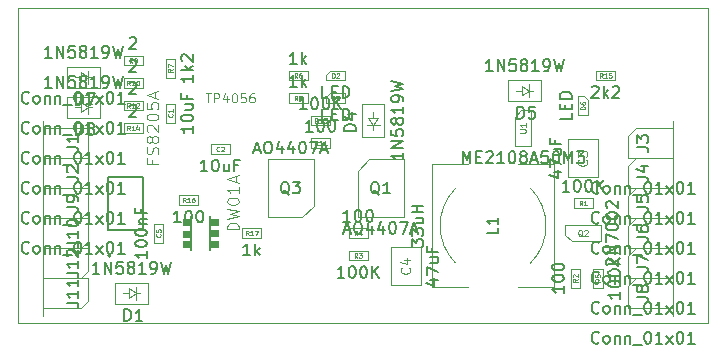
<source format=gbr>
%TF.GenerationSoftware,KiCad,Pcbnew,(5.1.6)-1*%
%TF.CreationDate,2020-12-16T00:39:39+01:00*%
%TF.ProjectId,02_Batt_Alim,30325f42-6174-4745-9f41-6c696d2e6b69,rev?*%
%TF.SameCoordinates,Original*%
%TF.FileFunction,Other,Fab,Top*%
%FSLAX46Y46*%
G04 Gerber Fmt 4.6, Leading zero omitted, Abs format (unit mm)*
G04 Created by KiCad (PCBNEW (5.1.6)-1) date 2020-12-16 00:39:39*
%MOMM*%
%LPD*%
G01*
G04 APERTURE LIST*
%TA.AperFunction,Profile*%
%ADD10C,0.050000*%
%TD*%
%ADD11C,0.100000*%
%ADD12C,0.120000*%
%ADD13C,0.152400*%
%ADD14C,0.010000*%
%ADD15C,0.127000*%
%ADD16C,0.200000*%
%ADD17C,0.150000*%
%ADD18C,0.060000*%
%ADD19C,0.015000*%
%ADD20C,0.075000*%
G04 APERTURE END LIST*
D10*
X99441000Y-54610000D02*
X99441000Y-81280000D01*
X157861000Y-54610000D02*
X99441000Y-54610000D01*
X157861000Y-81280000D02*
X157861000Y-54610000D01*
X99441000Y-81280000D02*
X157861000Y-81280000D01*
D11*
%TO.C,J8*%
X151130000Y-78105000D02*
X151765000Y-77470000D01*
X151130000Y-80010000D02*
X151130000Y-78105000D01*
X153670000Y-80010000D02*
X151130000Y-80010000D01*
X154940000Y-80010000D02*
X153670000Y-80010000D01*
X151765000Y-77470000D02*
X154940000Y-77470000D01*
D12*
X154940000Y-76835000D02*
X154940000Y-80645000D01*
D11*
%TO.C,J11*%
X105410000Y-79375000D02*
X104775000Y-80010000D01*
X105410000Y-77470000D02*
X105410000Y-79375000D01*
X102870000Y-77470000D02*
X105410000Y-77470000D01*
X101600000Y-77470000D02*
X102870000Y-77470000D01*
X104775000Y-80010000D02*
X101600000Y-80010000D01*
D12*
X101600000Y-80645000D02*
X101600000Y-76835000D01*
D11*
%TO.C,R17*%
X120053000Y-74060000D02*
X118453000Y-74060000D01*
X120053000Y-73260000D02*
X120053000Y-74060000D01*
X118453000Y-73260000D02*
X120053000Y-73260000D01*
X118453000Y-74060000D02*
X118453000Y-73260000D01*
%TO.C,C1*%
X112795000Y-62700000D02*
X112795000Y-64300000D01*
X111995000Y-62700000D02*
X112795000Y-62700000D01*
X111995000Y-64300000D02*
X111995000Y-62700000D01*
X112795000Y-64300000D02*
X111995000Y-64300000D01*
%TO.C,C2*%
X117386000Y-66948000D02*
X115786000Y-66948000D01*
X117386000Y-66148000D02*
X117386000Y-66948000D01*
X115786000Y-66148000D02*
X117386000Y-66148000D01*
X115786000Y-66948000D02*
X115786000Y-66148000D01*
%TO.C,C3*%
X146070000Y-68910000D02*
X146070000Y-65710000D01*
X148570000Y-68910000D02*
X146070000Y-68910000D01*
X148570000Y-65710000D02*
X148570000Y-68910000D01*
X146070000Y-65710000D02*
X148570000Y-65710000D01*
%TO.C,C4*%
X133584000Y-74854000D02*
X133584000Y-78054000D01*
X131084000Y-74854000D02*
X133584000Y-74854000D01*
X131084000Y-78054000D02*
X131084000Y-74854000D01*
X133584000Y-78054000D02*
X131084000Y-78054000D01*
%TO.C,C5*%
X110979000Y-74460000D02*
X110979000Y-72860000D01*
X111779000Y-74460000D02*
X110979000Y-74460000D01*
X111779000Y-72860000D02*
X111779000Y-74460000D01*
X110979000Y-72860000D02*
X111779000Y-72860000D01*
%TO.C,D2*%
X127165000Y-60725000D02*
X127165000Y-59925000D01*
X125565000Y-60725000D02*
X127165000Y-60725000D01*
X125565000Y-60225000D02*
X125565000Y-60725000D01*
X125865000Y-59925000D02*
X125565000Y-60225000D01*
X127165000Y-59925000D02*
X125865000Y-59925000D01*
%TO.C,D3*%
X127165000Y-62630000D02*
X127165000Y-61830000D01*
X125565000Y-62630000D02*
X127165000Y-62630000D01*
X125565000Y-62130000D02*
X125565000Y-62630000D01*
X125865000Y-61830000D02*
X125565000Y-62130000D01*
X127165000Y-61830000D02*
X125865000Y-61830000D01*
%TO.C,D6*%
X146920000Y-63665000D02*
X147720000Y-63665000D01*
X146920000Y-62065000D02*
X146920000Y-63665000D01*
X147420000Y-62065000D02*
X146920000Y-62065000D01*
X147720000Y-62365000D02*
X147420000Y-62065000D01*
X147720000Y-63665000D02*
X147720000Y-62365000D01*
D13*
%TO.C,IC2*%
X115745000Y-72238000D02*
X115745000Y-75082000D01*
X114125000Y-75082000D02*
X114125000Y-72238000D01*
D14*
G36*
X115785000Y-74860000D02*
G01*
X115785000Y-74360000D01*
X116435000Y-74360000D01*
X116435000Y-74860000D01*
X115785000Y-74860000D01*
G37*
X115785000Y-74860000D02*
X115785000Y-74360000D01*
X116435000Y-74360000D01*
X116435000Y-74860000D01*
X115785000Y-74860000D01*
G36*
X115785000Y-73910000D02*
G01*
X115785000Y-73410000D01*
X116435000Y-73410000D01*
X116435000Y-73910000D01*
X115785000Y-73910000D01*
G37*
X115785000Y-73910000D02*
X115785000Y-73410000D01*
X116435000Y-73410000D01*
X116435000Y-73910000D01*
X115785000Y-73910000D01*
G36*
X115785000Y-72960000D02*
G01*
X115785000Y-72460000D01*
X116435000Y-72460000D01*
X116435000Y-72960000D01*
X115785000Y-72960000D01*
G37*
X115785000Y-72960000D02*
X115785000Y-72460000D01*
X116435000Y-72460000D01*
X116435000Y-72960000D01*
X115785000Y-72960000D01*
G36*
X113435000Y-72960000D02*
G01*
X113435000Y-72460000D01*
X114085000Y-72460000D01*
X114085000Y-72960000D01*
X113435000Y-72960000D01*
G37*
X113435000Y-72960000D02*
X113435000Y-72460000D01*
X114085000Y-72460000D01*
X114085000Y-72960000D01*
X113435000Y-72960000D01*
G36*
X113435000Y-74860000D02*
G01*
X113435000Y-74360000D01*
X114085000Y-74360000D01*
X114085000Y-74860000D01*
X113435000Y-74860000D01*
G37*
X113435000Y-74860000D02*
X113435000Y-74360000D01*
X114085000Y-74360000D01*
X114085000Y-74860000D01*
X113435000Y-74860000D01*
G36*
X113435000Y-73960000D02*
G01*
X113435000Y-73460000D01*
X114085000Y-73460000D01*
X114085000Y-73960000D01*
X113435000Y-73960000D01*
G37*
X113435000Y-73960000D02*
X113435000Y-73460000D01*
X114085000Y-73460000D01*
X114085000Y-73960000D01*
X113435000Y-73960000D01*
D11*
%TO.C,J1*%
X105410000Y-66675000D02*
X104775000Y-67310000D01*
X105410000Y-64770000D02*
X105410000Y-66675000D01*
X102870000Y-64770000D02*
X105410000Y-64770000D01*
X101600000Y-64770000D02*
X102870000Y-64770000D01*
X104775000Y-67310000D02*
X101600000Y-67310000D01*
D12*
X101600000Y-67945000D02*
X101600000Y-64135000D01*
D11*
%TO.C,J2*%
X105410000Y-69215000D02*
X104775000Y-69850000D01*
X105410000Y-67310000D02*
X105410000Y-69215000D01*
X102870000Y-67310000D02*
X105410000Y-67310000D01*
X101600000Y-67310000D02*
X102870000Y-67310000D01*
X104775000Y-69850000D02*
X101600000Y-69850000D01*
D12*
X101600000Y-70485000D02*
X101600000Y-66675000D01*
D11*
%TO.C,J3*%
X151130000Y-65405000D02*
X151765000Y-64770000D01*
X151130000Y-67310000D02*
X151130000Y-65405000D01*
X153670000Y-67310000D02*
X151130000Y-67310000D01*
X154940000Y-67310000D02*
X153670000Y-67310000D01*
X151765000Y-64770000D02*
X154940000Y-64770000D01*
D12*
X154940000Y-64135000D02*
X154940000Y-67945000D01*
D11*
%TO.C,J4*%
X151130000Y-67945000D02*
X151765000Y-67310000D01*
X151130000Y-69850000D02*
X151130000Y-67945000D01*
X153670000Y-69850000D02*
X151130000Y-69850000D01*
X154940000Y-69850000D02*
X153670000Y-69850000D01*
X151765000Y-67310000D02*
X154940000Y-67310000D01*
D12*
X154940000Y-66675000D02*
X154940000Y-70485000D01*
D11*
%TO.C,J5*%
X151130000Y-70485000D02*
X151765000Y-69850000D01*
X151130000Y-72390000D02*
X151130000Y-70485000D01*
X153670000Y-72390000D02*
X151130000Y-72390000D01*
X154940000Y-72390000D02*
X153670000Y-72390000D01*
X151765000Y-69850000D02*
X154940000Y-69850000D01*
D12*
X154940000Y-69215000D02*
X154940000Y-73025000D01*
D11*
%TO.C,J6*%
X151130000Y-73025000D02*
X151765000Y-72390000D01*
X151130000Y-74930000D02*
X151130000Y-73025000D01*
X153670000Y-74930000D02*
X151130000Y-74930000D01*
X154940000Y-74930000D02*
X153670000Y-74930000D01*
X151765000Y-72390000D02*
X154940000Y-72390000D01*
D12*
X154940000Y-71755000D02*
X154940000Y-75565000D01*
D11*
%TO.C,J7*%
X151130000Y-75565000D02*
X151765000Y-74930000D01*
X151130000Y-77470000D02*
X151130000Y-75565000D01*
X153670000Y-77470000D02*
X151130000Y-77470000D01*
X154940000Y-77470000D02*
X153670000Y-77470000D01*
X151765000Y-74930000D02*
X154940000Y-74930000D01*
D12*
X154940000Y-74295000D02*
X154940000Y-78105000D01*
D11*
%TO.C,J9*%
X105410000Y-71755000D02*
X104775000Y-72390000D01*
X105410000Y-69850000D02*
X105410000Y-71755000D01*
X102870000Y-69850000D02*
X105410000Y-69850000D01*
X101600000Y-69850000D02*
X102870000Y-69850000D01*
X104775000Y-72390000D02*
X101600000Y-72390000D01*
D12*
X101600000Y-73025000D02*
X101600000Y-69215000D01*
D11*
%TO.C,J10*%
X105410000Y-74295000D02*
X104775000Y-74930000D01*
X105410000Y-72390000D02*
X105410000Y-74295000D01*
X102870000Y-72390000D02*
X105410000Y-72390000D01*
X101600000Y-72390000D02*
X102870000Y-72390000D01*
X104775000Y-74930000D02*
X101600000Y-74930000D01*
D12*
X101600000Y-75565000D02*
X101600000Y-71755000D01*
D11*
%TO.C,J12*%
X105410000Y-76835000D02*
X104775000Y-77470000D01*
X105410000Y-74930000D02*
X105410000Y-76835000D01*
X102870000Y-74930000D02*
X105410000Y-74930000D01*
X101600000Y-74930000D02*
X102870000Y-74930000D01*
X104775000Y-77470000D02*
X101600000Y-77470000D01*
D12*
X101600000Y-78105000D02*
X101600000Y-74295000D01*
D11*
%TO.C,L1*%
X134500000Y-67825000D02*
X134500000Y-78225000D01*
X144900000Y-67825000D02*
X144900000Y-78225000D01*
X134500000Y-67825000D02*
X137600000Y-67825000D01*
X134500000Y-78225000D02*
X137600000Y-78225000D01*
X144900000Y-67825000D02*
X141800000Y-67825000D01*
X144900000Y-78225000D02*
X141800000Y-78225000D01*
X142870000Y-76195000D02*
G75*
G03*
X142870000Y-69855000I-3170000J3170000D01*
G01*
X136530000Y-69855000D02*
G75*
G03*
X136530000Y-76195000I3170000J-3170000D01*
G01*
%TO.C,Q1*%
X128225000Y-68375000D02*
X129200000Y-67400000D01*
X128225000Y-72300000D02*
X128225000Y-68375000D01*
X132125000Y-72300000D02*
X128225000Y-72300000D01*
X132125000Y-67400000D02*
X132125000Y-72300000D01*
X129200000Y-67400000D02*
X132125000Y-67400000D01*
%TO.C,Q2*%
X148840000Y-74360000D02*
X148840000Y-72960000D01*
X145800000Y-72960000D02*
X148840000Y-72960000D01*
X146370000Y-74360000D02*
X145800000Y-73810000D01*
X145800000Y-73810000D02*
X145800000Y-72960000D01*
X146370000Y-74360000D02*
X148820000Y-74360000D01*
%TO.C,Q3*%
X124505000Y-71325000D02*
X123530000Y-72300000D01*
X124505000Y-67400000D02*
X124505000Y-71325000D01*
X120605000Y-67400000D02*
X124505000Y-67400000D01*
X120605000Y-72300000D02*
X120605000Y-67400000D01*
X123530000Y-72300000D02*
X120605000Y-72300000D01*
D15*
%TO.C,Q4*%
X107070000Y-68870000D02*
X110100000Y-68870000D01*
X107070000Y-73370000D02*
X110100000Y-73370000D01*
X110100000Y-73370000D02*
X110100000Y-68870000D01*
X107070000Y-73370000D02*
X107070000Y-68870000D01*
D16*
X107310000Y-75560000D02*
G75*
G03*
X107310000Y-75560000I-100000J0D01*
G01*
D11*
%TO.C,R1*%
X146520000Y-70720000D02*
X148120000Y-70720000D01*
X146520000Y-71520000D02*
X146520000Y-70720000D01*
X148120000Y-71520000D02*
X146520000Y-71520000D01*
X148120000Y-70720000D02*
X148120000Y-71520000D01*
%TO.C,R2*%
X146285000Y-78270000D02*
X146285000Y-76670000D01*
X147085000Y-78270000D02*
X146285000Y-78270000D01*
X147085000Y-76670000D02*
X147085000Y-78270000D01*
X146285000Y-76670000D02*
X147085000Y-76670000D01*
%TO.C,R3*%
X129070000Y-75965000D02*
X127470000Y-75965000D01*
X129070000Y-75165000D02*
X129070000Y-75965000D01*
X127470000Y-75165000D02*
X129070000Y-75165000D01*
X127470000Y-75965000D02*
X127470000Y-75165000D01*
%TO.C,R4*%
X127470000Y-73260000D02*
X129070000Y-73260000D01*
X127470000Y-74060000D02*
X127470000Y-73260000D01*
X129070000Y-74060000D02*
X127470000Y-74060000D01*
X129070000Y-73260000D02*
X129070000Y-74060000D01*
%TO.C,R5*%
X148990000Y-76670000D02*
X148990000Y-78270000D01*
X148190000Y-76670000D02*
X148990000Y-76670000D01*
X148190000Y-78270000D02*
X148190000Y-76670000D01*
X148990000Y-78270000D02*
X148190000Y-78270000D01*
%TO.C,R6*%
X122390000Y-59925000D02*
X123990000Y-59925000D01*
X122390000Y-60725000D02*
X122390000Y-59925000D01*
X123990000Y-60725000D02*
X122390000Y-60725000D01*
X123990000Y-59925000D02*
X123990000Y-60725000D01*
%TO.C,R7*%
X112795000Y-58890000D02*
X112795000Y-60490000D01*
X111995000Y-58890000D02*
X112795000Y-58890000D01*
X111995000Y-60490000D02*
X111995000Y-58890000D01*
X112795000Y-60490000D02*
X111995000Y-60490000D01*
%TO.C,R8*%
X122390000Y-61830000D02*
X123990000Y-61830000D01*
X122390000Y-62630000D02*
X122390000Y-61830000D01*
X123990000Y-62630000D02*
X122390000Y-62630000D01*
X123990000Y-61830000D02*
X123990000Y-62630000D01*
%TO.C,R9*%
X108420000Y-58655000D02*
X110020000Y-58655000D01*
X108420000Y-59455000D02*
X108420000Y-58655000D01*
X110020000Y-59455000D02*
X108420000Y-59455000D01*
X110020000Y-58655000D02*
X110020000Y-59455000D01*
%TO.C,R10*%
X108420000Y-60560000D02*
X110020000Y-60560000D01*
X108420000Y-61360000D02*
X108420000Y-60560000D01*
X110020000Y-61360000D02*
X108420000Y-61360000D01*
X110020000Y-60560000D02*
X110020000Y-61360000D01*
%TO.C,R11*%
X124295000Y-65640000D02*
X125895000Y-65640000D01*
X124295000Y-66440000D02*
X124295000Y-65640000D01*
X125895000Y-66440000D02*
X124295000Y-66440000D01*
X125895000Y-65640000D02*
X125895000Y-66440000D01*
%TO.C,R12*%
X108420000Y-62465000D02*
X110020000Y-62465000D01*
X108420000Y-63265000D02*
X108420000Y-62465000D01*
X110020000Y-63265000D02*
X108420000Y-63265000D01*
X110020000Y-62465000D02*
X110020000Y-63265000D01*
%TO.C,R13*%
X124295000Y-63735000D02*
X125895000Y-63735000D01*
X124295000Y-64535000D02*
X124295000Y-63735000D01*
X125895000Y-64535000D02*
X124295000Y-64535000D01*
X125895000Y-63735000D02*
X125895000Y-64535000D01*
%TO.C,R14*%
X108420000Y-64370000D02*
X110020000Y-64370000D01*
X108420000Y-65170000D02*
X108420000Y-64370000D01*
X110020000Y-65170000D02*
X108420000Y-65170000D01*
X110020000Y-64370000D02*
X110020000Y-65170000D01*
%TO.C,R15*%
X150025000Y-60725000D02*
X148425000Y-60725000D01*
X150025000Y-59925000D02*
X150025000Y-60725000D01*
X148425000Y-59925000D02*
X150025000Y-59925000D01*
X148425000Y-60725000D02*
X148425000Y-59925000D01*
%TO.C,R16*%
X114719000Y-71266000D02*
X113119000Y-71266000D01*
X114719000Y-70466000D02*
X114719000Y-71266000D01*
X113119000Y-70466000D02*
X114719000Y-70466000D01*
X113119000Y-71266000D02*
X113119000Y-70466000D01*
%TO.C,U1*%
X141540000Y-66290000D02*
X142940000Y-66290000D01*
X142940000Y-63250000D02*
X142940000Y-66290000D01*
X141540000Y-63820000D02*
X142090000Y-63250000D01*
X142090000Y-63250000D02*
X142940000Y-63250000D01*
X141540000Y-63820000D02*
X141540000Y-66270000D01*
%TO.C,D1*%
X108840000Y-78740000D02*
X108340000Y-78740000D01*
X108840000Y-78340000D02*
X109440000Y-78740000D01*
X108840000Y-79140000D02*
X108840000Y-78340000D01*
X109440000Y-78740000D02*
X108840000Y-79140000D01*
X109440000Y-78740000D02*
X109440000Y-78190000D01*
X109440000Y-78740000D02*
X109440000Y-79290000D01*
X109840000Y-78740000D02*
X109440000Y-78740000D01*
X110490000Y-77840000D02*
X110490000Y-79640000D01*
X107690000Y-77840000D02*
X110490000Y-77840000D01*
X107690000Y-79640000D02*
X107690000Y-77840000D01*
X110490000Y-79640000D02*
X107690000Y-79640000D01*
%TO.C,D4*%
X128640000Y-65532000D02*
X128640000Y-62732000D01*
X128640000Y-62732000D02*
X130440000Y-62732000D01*
X130440000Y-62732000D02*
X130440000Y-65532000D01*
X130440000Y-65532000D02*
X128640000Y-65532000D01*
X129540000Y-64882000D02*
X129540000Y-64482000D01*
X129540000Y-64482000D02*
X128990000Y-64482000D01*
X129540000Y-64482000D02*
X130090000Y-64482000D01*
X129540000Y-64482000D02*
X129140000Y-63882000D01*
X129140000Y-63882000D02*
X129940000Y-63882000D01*
X129940000Y-63882000D02*
X129540000Y-64482000D01*
X129540000Y-63882000D02*
X129540000Y-63382000D01*
%TO.C,D5*%
X143767000Y-62495000D02*
X140967000Y-62495000D01*
X140967000Y-62495000D02*
X140967000Y-60695000D01*
X140967000Y-60695000D02*
X143767000Y-60695000D01*
X143767000Y-60695000D02*
X143767000Y-62495000D01*
X143117000Y-61595000D02*
X142717000Y-61595000D01*
X142717000Y-61595000D02*
X142717000Y-62145000D01*
X142717000Y-61595000D02*
X142717000Y-61045000D01*
X142717000Y-61595000D02*
X142117000Y-61995000D01*
X142117000Y-61995000D02*
X142117000Y-61195000D01*
X142117000Y-61195000D02*
X142717000Y-61595000D01*
X142117000Y-61595000D02*
X141617000Y-61595000D01*
%TO.C,D7*%
X104779000Y-60452000D02*
X104279000Y-60452000D01*
X104779000Y-60052000D02*
X105379000Y-60452000D01*
X104779000Y-60852000D02*
X104779000Y-60052000D01*
X105379000Y-60452000D02*
X104779000Y-60852000D01*
X105379000Y-60452000D02*
X105379000Y-59902000D01*
X105379000Y-60452000D02*
X105379000Y-61002000D01*
X105779000Y-60452000D02*
X105379000Y-60452000D01*
X106429000Y-59552000D02*
X106429000Y-61352000D01*
X103629000Y-59552000D02*
X106429000Y-59552000D01*
X103629000Y-61352000D02*
X103629000Y-59552000D01*
X106429000Y-61352000D02*
X103629000Y-61352000D01*
%TO.C,D8*%
X106429000Y-63892000D02*
X103629000Y-63892000D01*
X103629000Y-63892000D02*
X103629000Y-62092000D01*
X103629000Y-62092000D02*
X106429000Y-62092000D01*
X106429000Y-62092000D02*
X106429000Y-63892000D01*
X105779000Y-62992000D02*
X105379000Y-62992000D01*
X105379000Y-62992000D02*
X105379000Y-63542000D01*
X105379000Y-62992000D02*
X105379000Y-62442000D01*
X105379000Y-62992000D02*
X104779000Y-63392000D01*
X104779000Y-63392000D02*
X104779000Y-62592000D01*
X104779000Y-62592000D02*
X105379000Y-62992000D01*
X104779000Y-62992000D02*
X104279000Y-62992000D01*
%TD*%
%TO.C,J8*%
D17*
X148661904Y-82907142D02*
X148614285Y-82954761D01*
X148471428Y-83002380D01*
X148376190Y-83002380D01*
X148233333Y-82954761D01*
X148138095Y-82859523D01*
X148090476Y-82764285D01*
X148042857Y-82573809D01*
X148042857Y-82430952D01*
X148090476Y-82240476D01*
X148138095Y-82145238D01*
X148233333Y-82050000D01*
X148376190Y-82002380D01*
X148471428Y-82002380D01*
X148614285Y-82050000D01*
X148661904Y-82097619D01*
X149233333Y-83002380D02*
X149138095Y-82954761D01*
X149090476Y-82907142D01*
X149042857Y-82811904D01*
X149042857Y-82526190D01*
X149090476Y-82430952D01*
X149138095Y-82383333D01*
X149233333Y-82335714D01*
X149376190Y-82335714D01*
X149471428Y-82383333D01*
X149519047Y-82430952D01*
X149566666Y-82526190D01*
X149566666Y-82811904D01*
X149519047Y-82907142D01*
X149471428Y-82954761D01*
X149376190Y-83002380D01*
X149233333Y-83002380D01*
X149995238Y-82335714D02*
X149995238Y-83002380D01*
X149995238Y-82430952D02*
X150042857Y-82383333D01*
X150138095Y-82335714D01*
X150280952Y-82335714D01*
X150376190Y-82383333D01*
X150423809Y-82478571D01*
X150423809Y-83002380D01*
X150900000Y-82335714D02*
X150900000Y-83002380D01*
X150900000Y-82430952D02*
X150947619Y-82383333D01*
X151042857Y-82335714D01*
X151185714Y-82335714D01*
X151280952Y-82383333D01*
X151328571Y-82478571D01*
X151328571Y-83002380D01*
X151566666Y-83097619D02*
X152328571Y-83097619D01*
X152757142Y-82002380D02*
X152852380Y-82002380D01*
X152947619Y-82050000D01*
X152995238Y-82097619D01*
X153042857Y-82192857D01*
X153090476Y-82383333D01*
X153090476Y-82621428D01*
X153042857Y-82811904D01*
X152995238Y-82907142D01*
X152947619Y-82954761D01*
X152852380Y-83002380D01*
X152757142Y-83002380D01*
X152661904Y-82954761D01*
X152614285Y-82907142D01*
X152566666Y-82811904D01*
X152519047Y-82621428D01*
X152519047Y-82383333D01*
X152566666Y-82192857D01*
X152614285Y-82097619D01*
X152661904Y-82050000D01*
X152757142Y-82002380D01*
X154042857Y-83002380D02*
X153471428Y-83002380D01*
X153757142Y-83002380D02*
X153757142Y-82002380D01*
X153661904Y-82145238D01*
X153566666Y-82240476D01*
X153471428Y-82288095D01*
X154376190Y-83002380D02*
X154900000Y-82335714D01*
X154376190Y-82335714D02*
X154900000Y-83002380D01*
X155471428Y-82002380D02*
X155566666Y-82002380D01*
X155661904Y-82050000D01*
X155709523Y-82097619D01*
X155757142Y-82192857D01*
X155804761Y-82383333D01*
X155804761Y-82621428D01*
X155757142Y-82811904D01*
X155709523Y-82907142D01*
X155661904Y-82954761D01*
X155566666Y-83002380D01*
X155471428Y-83002380D01*
X155376190Y-82954761D01*
X155328571Y-82907142D01*
X155280952Y-82811904D01*
X155233333Y-82621428D01*
X155233333Y-82383333D01*
X155280952Y-82192857D01*
X155328571Y-82097619D01*
X155376190Y-82050000D01*
X155471428Y-82002380D01*
X156757142Y-83002380D02*
X156185714Y-83002380D01*
X156471428Y-83002380D02*
X156471428Y-82002380D01*
X156376190Y-82145238D01*
X156280952Y-82240476D01*
X156185714Y-82288095D01*
X151852380Y-79073333D02*
X152566666Y-79073333D01*
X152709523Y-79120952D01*
X152804761Y-79216190D01*
X152852380Y-79359047D01*
X152852380Y-79454285D01*
X152280952Y-78454285D02*
X152233333Y-78549523D01*
X152185714Y-78597142D01*
X152090476Y-78644761D01*
X152042857Y-78644761D01*
X151947619Y-78597142D01*
X151900000Y-78549523D01*
X151852380Y-78454285D01*
X151852380Y-78263809D01*
X151900000Y-78168571D01*
X151947619Y-78120952D01*
X152042857Y-78073333D01*
X152090476Y-78073333D01*
X152185714Y-78120952D01*
X152233333Y-78168571D01*
X152280952Y-78263809D01*
X152280952Y-78454285D01*
X152328571Y-78549523D01*
X152376190Y-78597142D01*
X152471428Y-78644761D01*
X152661904Y-78644761D01*
X152757142Y-78597142D01*
X152804761Y-78549523D01*
X152852380Y-78454285D01*
X152852380Y-78263809D01*
X152804761Y-78168571D01*
X152757142Y-78120952D01*
X152661904Y-78073333D01*
X152471428Y-78073333D01*
X152376190Y-78120952D01*
X152328571Y-78168571D01*
X152280952Y-78263809D01*
%TO.C,J11*%
X100401904Y-75287142D02*
X100354285Y-75334761D01*
X100211428Y-75382380D01*
X100116190Y-75382380D01*
X99973333Y-75334761D01*
X99878095Y-75239523D01*
X99830476Y-75144285D01*
X99782857Y-74953809D01*
X99782857Y-74810952D01*
X99830476Y-74620476D01*
X99878095Y-74525238D01*
X99973333Y-74430000D01*
X100116190Y-74382380D01*
X100211428Y-74382380D01*
X100354285Y-74430000D01*
X100401904Y-74477619D01*
X100973333Y-75382380D02*
X100878095Y-75334761D01*
X100830476Y-75287142D01*
X100782857Y-75191904D01*
X100782857Y-74906190D01*
X100830476Y-74810952D01*
X100878095Y-74763333D01*
X100973333Y-74715714D01*
X101116190Y-74715714D01*
X101211428Y-74763333D01*
X101259047Y-74810952D01*
X101306666Y-74906190D01*
X101306666Y-75191904D01*
X101259047Y-75287142D01*
X101211428Y-75334761D01*
X101116190Y-75382380D01*
X100973333Y-75382380D01*
X101735238Y-74715714D02*
X101735238Y-75382380D01*
X101735238Y-74810952D02*
X101782857Y-74763333D01*
X101878095Y-74715714D01*
X102020952Y-74715714D01*
X102116190Y-74763333D01*
X102163809Y-74858571D01*
X102163809Y-75382380D01*
X102640000Y-74715714D02*
X102640000Y-75382380D01*
X102640000Y-74810952D02*
X102687619Y-74763333D01*
X102782857Y-74715714D01*
X102925714Y-74715714D01*
X103020952Y-74763333D01*
X103068571Y-74858571D01*
X103068571Y-75382380D01*
X103306666Y-75477619D02*
X104068571Y-75477619D01*
X104497142Y-74382380D02*
X104592380Y-74382380D01*
X104687619Y-74430000D01*
X104735238Y-74477619D01*
X104782857Y-74572857D01*
X104830476Y-74763333D01*
X104830476Y-75001428D01*
X104782857Y-75191904D01*
X104735238Y-75287142D01*
X104687619Y-75334761D01*
X104592380Y-75382380D01*
X104497142Y-75382380D01*
X104401904Y-75334761D01*
X104354285Y-75287142D01*
X104306666Y-75191904D01*
X104259047Y-75001428D01*
X104259047Y-74763333D01*
X104306666Y-74572857D01*
X104354285Y-74477619D01*
X104401904Y-74430000D01*
X104497142Y-74382380D01*
X105782857Y-75382380D02*
X105211428Y-75382380D01*
X105497142Y-75382380D02*
X105497142Y-74382380D01*
X105401904Y-74525238D01*
X105306666Y-74620476D01*
X105211428Y-74668095D01*
X106116190Y-75382380D02*
X106640000Y-74715714D01*
X106116190Y-74715714D02*
X106640000Y-75382380D01*
X107211428Y-74382380D02*
X107306666Y-74382380D01*
X107401904Y-74430000D01*
X107449523Y-74477619D01*
X107497142Y-74572857D01*
X107544761Y-74763333D01*
X107544761Y-75001428D01*
X107497142Y-75191904D01*
X107449523Y-75287142D01*
X107401904Y-75334761D01*
X107306666Y-75382380D01*
X107211428Y-75382380D01*
X107116190Y-75334761D01*
X107068571Y-75287142D01*
X107020952Y-75191904D01*
X106973333Y-75001428D01*
X106973333Y-74763333D01*
X107020952Y-74572857D01*
X107068571Y-74477619D01*
X107116190Y-74430000D01*
X107211428Y-74382380D01*
X108497142Y-75382380D02*
X107925714Y-75382380D01*
X108211428Y-75382380D02*
X108211428Y-74382380D01*
X108116190Y-74525238D01*
X108020952Y-74620476D01*
X107925714Y-74668095D01*
X103592380Y-79549523D02*
X104306666Y-79549523D01*
X104449523Y-79597142D01*
X104544761Y-79692380D01*
X104592380Y-79835238D01*
X104592380Y-79930476D01*
X104592380Y-78549523D02*
X104592380Y-79120952D01*
X104592380Y-78835238D02*
X103592380Y-78835238D01*
X103735238Y-78930476D01*
X103830476Y-79025714D01*
X103878095Y-79120952D01*
X104592380Y-77597142D02*
X104592380Y-78168571D01*
X104592380Y-77882857D02*
X103592380Y-77882857D01*
X103735238Y-77978095D01*
X103830476Y-78073333D01*
X103878095Y-78168571D01*
%TO.C,R17*%
X119133952Y-75542380D02*
X118562523Y-75542380D01*
X118848238Y-75542380D02*
X118848238Y-74542380D01*
X118753000Y-74685238D01*
X118657761Y-74780476D01*
X118562523Y-74828095D01*
X119562523Y-75542380D02*
X119562523Y-74542380D01*
X119657761Y-75161428D02*
X119943476Y-75542380D01*
X119943476Y-74875714D02*
X119562523Y-75256666D01*
D18*
X118995857Y-73840952D02*
X118862523Y-73650476D01*
X118767285Y-73840952D02*
X118767285Y-73440952D01*
X118919666Y-73440952D01*
X118957761Y-73460000D01*
X118976809Y-73479047D01*
X118995857Y-73517142D01*
X118995857Y-73574285D01*
X118976809Y-73612380D01*
X118957761Y-73631428D01*
X118919666Y-73650476D01*
X118767285Y-73650476D01*
X119376809Y-73840952D02*
X119148238Y-73840952D01*
X119262523Y-73840952D02*
X119262523Y-73440952D01*
X119224428Y-73498095D01*
X119186333Y-73536190D01*
X119148238Y-73555238D01*
X119510142Y-73440952D02*
X119776809Y-73440952D01*
X119605380Y-73840952D01*
%TO.C,C1*%
D17*
X114277380Y-64571428D02*
X114277380Y-65142857D01*
X114277380Y-64857142D02*
X113277380Y-64857142D01*
X113420238Y-64952380D01*
X113515476Y-65047619D01*
X113563095Y-65142857D01*
X113277380Y-63952380D02*
X113277380Y-63857142D01*
X113325000Y-63761904D01*
X113372619Y-63714285D01*
X113467857Y-63666666D01*
X113658333Y-63619047D01*
X113896428Y-63619047D01*
X114086904Y-63666666D01*
X114182142Y-63714285D01*
X114229761Y-63761904D01*
X114277380Y-63857142D01*
X114277380Y-63952380D01*
X114229761Y-64047619D01*
X114182142Y-64095238D01*
X114086904Y-64142857D01*
X113896428Y-64190476D01*
X113658333Y-64190476D01*
X113467857Y-64142857D01*
X113372619Y-64095238D01*
X113325000Y-64047619D01*
X113277380Y-63952380D01*
X113610714Y-62761904D02*
X114277380Y-62761904D01*
X113610714Y-63190476D02*
X114134523Y-63190476D01*
X114229761Y-63142857D01*
X114277380Y-63047619D01*
X114277380Y-62904761D01*
X114229761Y-62809523D01*
X114182142Y-62761904D01*
X113753571Y-61952380D02*
X113753571Y-62285714D01*
X114277380Y-62285714D02*
X113277380Y-62285714D01*
X113277380Y-61809523D01*
D18*
X112537857Y-63566666D02*
X112556904Y-63585714D01*
X112575952Y-63642857D01*
X112575952Y-63680952D01*
X112556904Y-63738095D01*
X112518809Y-63776190D01*
X112480714Y-63795238D01*
X112404523Y-63814285D01*
X112347380Y-63814285D01*
X112271190Y-63795238D01*
X112233095Y-63776190D01*
X112195000Y-63738095D01*
X112175952Y-63680952D01*
X112175952Y-63642857D01*
X112195000Y-63585714D01*
X112214047Y-63566666D01*
X112575952Y-63185714D02*
X112575952Y-63414285D01*
X112575952Y-63300000D02*
X112175952Y-63300000D01*
X112233095Y-63338095D01*
X112271190Y-63376190D01*
X112290238Y-63414285D01*
%TO.C,C2*%
D17*
X115514571Y-68430380D02*
X114943142Y-68430380D01*
X115228857Y-68430380D02*
X115228857Y-67430380D01*
X115133619Y-67573238D01*
X115038380Y-67668476D01*
X114943142Y-67716095D01*
X116133619Y-67430380D02*
X116228857Y-67430380D01*
X116324095Y-67478000D01*
X116371714Y-67525619D01*
X116419333Y-67620857D01*
X116466952Y-67811333D01*
X116466952Y-68049428D01*
X116419333Y-68239904D01*
X116371714Y-68335142D01*
X116324095Y-68382761D01*
X116228857Y-68430380D01*
X116133619Y-68430380D01*
X116038380Y-68382761D01*
X115990761Y-68335142D01*
X115943142Y-68239904D01*
X115895523Y-68049428D01*
X115895523Y-67811333D01*
X115943142Y-67620857D01*
X115990761Y-67525619D01*
X116038380Y-67478000D01*
X116133619Y-67430380D01*
X117324095Y-67763714D02*
X117324095Y-68430380D01*
X116895523Y-67763714D02*
X116895523Y-68287523D01*
X116943142Y-68382761D01*
X117038380Y-68430380D01*
X117181238Y-68430380D01*
X117276476Y-68382761D01*
X117324095Y-68335142D01*
X118133619Y-67906571D02*
X117800285Y-67906571D01*
X117800285Y-68430380D02*
X117800285Y-67430380D01*
X118276476Y-67430380D01*
D18*
X116519333Y-66690857D02*
X116500285Y-66709904D01*
X116443142Y-66728952D01*
X116405047Y-66728952D01*
X116347904Y-66709904D01*
X116309809Y-66671809D01*
X116290761Y-66633714D01*
X116271714Y-66557523D01*
X116271714Y-66500380D01*
X116290761Y-66424190D01*
X116309809Y-66386095D01*
X116347904Y-66348000D01*
X116405047Y-66328952D01*
X116443142Y-66328952D01*
X116500285Y-66348000D01*
X116519333Y-66367047D01*
X116671714Y-66367047D02*
X116690761Y-66348000D01*
X116728857Y-66328952D01*
X116824095Y-66328952D01*
X116862190Y-66348000D01*
X116881238Y-66367047D01*
X116900285Y-66405142D01*
X116900285Y-66443238D01*
X116881238Y-66500380D01*
X116652666Y-66728952D01*
X116900285Y-66728952D01*
%TO.C,C3*%
D17*
X144825714Y-68476666D02*
X145492380Y-68476666D01*
X144444761Y-68714761D02*
X145159047Y-68952857D01*
X145159047Y-68333809D01*
X144492380Y-68048095D02*
X144492380Y-67381428D01*
X145492380Y-67810000D01*
X144825714Y-66571904D02*
X145492380Y-66571904D01*
X144825714Y-67000476D02*
X145349523Y-67000476D01*
X145444761Y-66952857D01*
X145492380Y-66857619D01*
X145492380Y-66714761D01*
X145444761Y-66619523D01*
X145397142Y-66571904D01*
X144968571Y-65762380D02*
X144968571Y-66095714D01*
X145492380Y-66095714D02*
X144492380Y-66095714D01*
X144492380Y-65619523D01*
D12*
X147605714Y-67443333D02*
X147643809Y-67481428D01*
X147681904Y-67595714D01*
X147681904Y-67671904D01*
X147643809Y-67786190D01*
X147567619Y-67862380D01*
X147491428Y-67900476D01*
X147339047Y-67938571D01*
X147224761Y-67938571D01*
X147072380Y-67900476D01*
X146996190Y-67862380D01*
X146920000Y-67786190D01*
X146881904Y-67671904D01*
X146881904Y-67595714D01*
X146920000Y-67481428D01*
X146958095Y-67443333D01*
X146881904Y-67176666D02*
X146881904Y-66681428D01*
X147186666Y-66948095D01*
X147186666Y-66833809D01*
X147224761Y-66757619D01*
X147262857Y-66719523D01*
X147339047Y-66681428D01*
X147529523Y-66681428D01*
X147605714Y-66719523D01*
X147643809Y-66757619D01*
X147681904Y-66833809D01*
X147681904Y-67062380D01*
X147643809Y-67138571D01*
X147605714Y-67176666D01*
%TO.C,C4*%
D17*
X134399714Y-77620666D02*
X135066380Y-77620666D01*
X134018761Y-77858761D02*
X134733047Y-78096857D01*
X134733047Y-77477809D01*
X134066380Y-77192095D02*
X134066380Y-76525428D01*
X135066380Y-76954000D01*
X134399714Y-75715904D02*
X135066380Y-75715904D01*
X134399714Y-76144476D02*
X134923523Y-76144476D01*
X135018761Y-76096857D01*
X135066380Y-76001619D01*
X135066380Y-75858761D01*
X135018761Y-75763523D01*
X134971142Y-75715904D01*
X134542571Y-74906380D02*
X134542571Y-75239714D01*
X135066380Y-75239714D02*
X134066380Y-75239714D01*
X134066380Y-74763523D01*
D12*
X132619714Y-76587333D02*
X132657809Y-76625428D01*
X132695904Y-76739714D01*
X132695904Y-76815904D01*
X132657809Y-76930190D01*
X132581619Y-77006380D01*
X132505428Y-77044476D01*
X132353047Y-77082571D01*
X132238761Y-77082571D01*
X132086380Y-77044476D01*
X132010190Y-77006380D01*
X131934000Y-76930190D01*
X131895904Y-76815904D01*
X131895904Y-76739714D01*
X131934000Y-76625428D01*
X131972095Y-76587333D01*
X132162571Y-75901619D02*
X132695904Y-75901619D01*
X131857809Y-76092095D02*
X132429238Y-76282571D01*
X132429238Y-75787333D01*
%TO.C,C5*%
D17*
X110401380Y-75207619D02*
X110401380Y-75779047D01*
X110401380Y-75493333D02*
X109401380Y-75493333D01*
X109544238Y-75588571D01*
X109639476Y-75683809D01*
X109687095Y-75779047D01*
X109401380Y-74588571D02*
X109401380Y-74493333D01*
X109449000Y-74398095D01*
X109496619Y-74350476D01*
X109591857Y-74302857D01*
X109782333Y-74255238D01*
X110020428Y-74255238D01*
X110210904Y-74302857D01*
X110306142Y-74350476D01*
X110353761Y-74398095D01*
X110401380Y-74493333D01*
X110401380Y-74588571D01*
X110353761Y-74683809D01*
X110306142Y-74731428D01*
X110210904Y-74779047D01*
X110020428Y-74826666D01*
X109782333Y-74826666D01*
X109591857Y-74779047D01*
X109496619Y-74731428D01*
X109449000Y-74683809D01*
X109401380Y-74588571D01*
X109401380Y-73636190D02*
X109401380Y-73540952D01*
X109449000Y-73445714D01*
X109496619Y-73398095D01*
X109591857Y-73350476D01*
X109782333Y-73302857D01*
X110020428Y-73302857D01*
X110210904Y-73350476D01*
X110306142Y-73398095D01*
X110353761Y-73445714D01*
X110401380Y-73540952D01*
X110401380Y-73636190D01*
X110353761Y-73731428D01*
X110306142Y-73779047D01*
X110210904Y-73826666D01*
X110020428Y-73874285D01*
X109782333Y-73874285D01*
X109591857Y-73826666D01*
X109496619Y-73779047D01*
X109449000Y-73731428D01*
X109401380Y-73636190D01*
X109734714Y-72874285D02*
X110401380Y-72874285D01*
X109829952Y-72874285D02*
X109782333Y-72826666D01*
X109734714Y-72731428D01*
X109734714Y-72588571D01*
X109782333Y-72493333D01*
X109877571Y-72445714D01*
X110401380Y-72445714D01*
X109877571Y-71636190D02*
X109877571Y-71969523D01*
X110401380Y-71969523D02*
X109401380Y-71969523D01*
X109401380Y-71493333D01*
D18*
X111521857Y-73726666D02*
X111540904Y-73745714D01*
X111559952Y-73802857D01*
X111559952Y-73840952D01*
X111540904Y-73898095D01*
X111502809Y-73936190D01*
X111464714Y-73955238D01*
X111388523Y-73974285D01*
X111331380Y-73974285D01*
X111255190Y-73955238D01*
X111217095Y-73936190D01*
X111179000Y-73898095D01*
X111159952Y-73840952D01*
X111159952Y-73802857D01*
X111179000Y-73745714D01*
X111198047Y-73726666D01*
X111159952Y-73364761D02*
X111159952Y-73555238D01*
X111350428Y-73574285D01*
X111331380Y-73555238D01*
X111312333Y-73517142D01*
X111312333Y-73421904D01*
X111331380Y-73383809D01*
X111350428Y-73364761D01*
X111388523Y-73345714D01*
X111483761Y-73345714D01*
X111521857Y-73364761D01*
X111540904Y-73383809D01*
X111559952Y-73421904D01*
X111559952Y-73517142D01*
X111540904Y-73555238D01*
X111521857Y-73574285D01*
%TO.C,D2*%
D17*
X125722142Y-62207380D02*
X125245952Y-62207380D01*
X125245952Y-61207380D01*
X126055476Y-61683571D02*
X126388809Y-61683571D01*
X126531666Y-62207380D02*
X126055476Y-62207380D01*
X126055476Y-61207380D01*
X126531666Y-61207380D01*
X126960238Y-62207380D02*
X126960238Y-61207380D01*
X127198333Y-61207380D01*
X127341190Y-61255000D01*
X127436428Y-61350238D01*
X127484047Y-61445476D01*
X127531666Y-61635952D01*
X127531666Y-61778809D01*
X127484047Y-61969285D01*
X127436428Y-62064523D01*
X127341190Y-62159761D01*
X127198333Y-62207380D01*
X126960238Y-62207380D01*
D18*
X126069761Y-60505952D02*
X126069761Y-60105952D01*
X126165000Y-60105952D01*
X126222142Y-60125000D01*
X126260238Y-60163095D01*
X126279285Y-60201190D01*
X126298333Y-60277380D01*
X126298333Y-60334523D01*
X126279285Y-60410714D01*
X126260238Y-60448809D01*
X126222142Y-60486904D01*
X126165000Y-60505952D01*
X126069761Y-60505952D01*
X126450714Y-60144047D02*
X126469761Y-60125000D01*
X126507857Y-60105952D01*
X126603095Y-60105952D01*
X126641190Y-60125000D01*
X126660238Y-60144047D01*
X126679285Y-60182142D01*
X126679285Y-60220238D01*
X126660238Y-60277380D01*
X126431666Y-60505952D01*
X126679285Y-60505952D01*
%TO.C,D3*%
D17*
X125722142Y-64112380D02*
X125245952Y-64112380D01*
X125245952Y-63112380D01*
X126055476Y-63588571D02*
X126388809Y-63588571D01*
X126531666Y-64112380D02*
X126055476Y-64112380D01*
X126055476Y-63112380D01*
X126531666Y-63112380D01*
X126960238Y-64112380D02*
X126960238Y-63112380D01*
X127198333Y-63112380D01*
X127341190Y-63160000D01*
X127436428Y-63255238D01*
X127484047Y-63350476D01*
X127531666Y-63540952D01*
X127531666Y-63683809D01*
X127484047Y-63874285D01*
X127436428Y-63969523D01*
X127341190Y-64064761D01*
X127198333Y-64112380D01*
X126960238Y-64112380D01*
D18*
X126069761Y-62410952D02*
X126069761Y-62010952D01*
X126165000Y-62010952D01*
X126222142Y-62030000D01*
X126260238Y-62068095D01*
X126279285Y-62106190D01*
X126298333Y-62182380D01*
X126298333Y-62239523D01*
X126279285Y-62315714D01*
X126260238Y-62353809D01*
X126222142Y-62391904D01*
X126165000Y-62410952D01*
X126069761Y-62410952D01*
X126431666Y-62010952D02*
X126679285Y-62010952D01*
X126545952Y-62163333D01*
X126603095Y-62163333D01*
X126641190Y-62182380D01*
X126660238Y-62201428D01*
X126679285Y-62239523D01*
X126679285Y-62334761D01*
X126660238Y-62372857D01*
X126641190Y-62391904D01*
X126603095Y-62410952D01*
X126488809Y-62410952D01*
X126450714Y-62391904D01*
X126431666Y-62372857D01*
%TO.C,D6*%
D17*
X146342380Y-63507857D02*
X146342380Y-63984047D01*
X145342380Y-63984047D01*
X145818571Y-63174523D02*
X145818571Y-62841190D01*
X146342380Y-62698333D02*
X146342380Y-63174523D01*
X145342380Y-63174523D01*
X145342380Y-62698333D01*
X146342380Y-62269761D02*
X145342380Y-62269761D01*
X145342380Y-62031666D01*
X145390000Y-61888809D01*
X145485238Y-61793571D01*
X145580476Y-61745952D01*
X145770952Y-61698333D01*
X145913809Y-61698333D01*
X146104285Y-61745952D01*
X146199523Y-61793571D01*
X146294761Y-61888809D01*
X146342380Y-62031666D01*
X146342380Y-62269761D01*
D18*
X147500952Y-63160238D02*
X147100952Y-63160238D01*
X147100952Y-63065000D01*
X147120000Y-63007857D01*
X147158095Y-62969761D01*
X147196190Y-62950714D01*
X147272380Y-62931666D01*
X147329523Y-62931666D01*
X147405714Y-62950714D01*
X147443809Y-62969761D01*
X147481904Y-63007857D01*
X147500952Y-63065000D01*
X147500952Y-63160238D01*
X147100952Y-62588809D02*
X147100952Y-62665000D01*
X147120000Y-62703095D01*
X147139047Y-62722142D01*
X147196190Y-62760238D01*
X147272380Y-62779285D01*
X147424761Y-62779285D01*
X147462857Y-62760238D01*
X147481904Y-62741190D01*
X147500952Y-62703095D01*
X147500952Y-62626904D01*
X147481904Y-62588809D01*
X147462857Y-62569761D01*
X147424761Y-62550714D01*
X147329523Y-62550714D01*
X147291428Y-62569761D01*
X147272380Y-62588809D01*
X147253333Y-62626904D01*
X147253333Y-62703095D01*
X147272380Y-62741190D01*
X147291428Y-62760238D01*
X147329523Y-62779285D01*
%TO.C,IC1*%
D19*
X115356513Y-61798803D02*
X115806457Y-61798803D01*
X115581485Y-62586205D02*
X115581485Y-61798803D01*
X116068925Y-62586205D02*
X116068925Y-61798803D01*
X116368887Y-61798803D01*
X116443878Y-61836299D01*
X116481373Y-61873794D01*
X116518869Y-61948785D01*
X116518869Y-62061271D01*
X116481373Y-62136261D01*
X116443878Y-62173757D01*
X116368887Y-62211252D01*
X116068925Y-62211252D01*
X117193785Y-62061271D02*
X117193785Y-62586205D01*
X117006308Y-61761308D02*
X116818831Y-62323738D01*
X117306271Y-62323738D01*
X117756215Y-61798803D02*
X117831205Y-61798803D01*
X117906196Y-61836299D01*
X117943691Y-61873794D01*
X117981187Y-61948785D01*
X118018682Y-62098766D01*
X118018682Y-62286243D01*
X117981187Y-62436224D01*
X117943691Y-62511215D01*
X117906196Y-62548710D01*
X117831205Y-62586205D01*
X117756215Y-62586205D01*
X117681224Y-62548710D01*
X117643729Y-62511215D01*
X117606233Y-62436224D01*
X117568738Y-62286243D01*
X117568738Y-62098766D01*
X117606233Y-61948785D01*
X117643729Y-61873794D01*
X117681224Y-61836299D01*
X117756215Y-61798803D01*
X118731093Y-61798803D02*
X118356140Y-61798803D01*
X118318645Y-62173757D01*
X118356140Y-62136261D01*
X118431131Y-62098766D01*
X118618607Y-62098766D01*
X118693598Y-62136261D01*
X118731093Y-62173757D01*
X118768589Y-62248747D01*
X118768589Y-62436224D01*
X118731093Y-62511215D01*
X118693598Y-62548710D01*
X118618607Y-62586205D01*
X118431131Y-62586205D01*
X118356140Y-62548710D01*
X118318645Y-62511215D01*
X119443505Y-61798803D02*
X119293523Y-61798803D01*
X119218533Y-61836299D01*
X119181037Y-61873794D01*
X119106047Y-61986280D01*
X119068551Y-62136261D01*
X119068551Y-62436224D01*
X119106047Y-62511215D01*
X119143542Y-62548710D01*
X119218533Y-62586205D01*
X119368514Y-62586205D01*
X119443505Y-62548710D01*
X119481000Y-62511215D01*
X119518495Y-62436224D01*
X119518495Y-62248747D01*
X119481000Y-62173757D01*
X119443505Y-62136261D01*
X119368514Y-62098766D01*
X119218533Y-62098766D01*
X119143542Y-62136261D01*
X119106047Y-62173757D01*
X119068551Y-62248747D01*
%TO.C,IC2*%
X118181380Y-73334285D02*
X117181380Y-73334285D01*
X117181380Y-73096190D01*
X117229000Y-72953333D01*
X117324238Y-72858095D01*
X117419476Y-72810476D01*
X117609952Y-72762857D01*
X117752809Y-72762857D01*
X117943285Y-72810476D01*
X118038523Y-72858095D01*
X118133761Y-72953333D01*
X118181380Y-73096190D01*
X118181380Y-73334285D01*
X117181380Y-72429523D02*
X118181380Y-72191428D01*
X117467095Y-72000952D01*
X118181380Y-71810476D01*
X117181380Y-71572380D01*
X117181380Y-71000952D02*
X117181380Y-70905714D01*
X117229000Y-70810476D01*
X117276619Y-70762857D01*
X117371857Y-70715238D01*
X117562333Y-70667619D01*
X117800428Y-70667619D01*
X117990904Y-70715238D01*
X118086142Y-70762857D01*
X118133761Y-70810476D01*
X118181380Y-70905714D01*
X118181380Y-71000952D01*
X118133761Y-71096190D01*
X118086142Y-71143809D01*
X117990904Y-71191428D01*
X117800428Y-71239047D01*
X117562333Y-71239047D01*
X117371857Y-71191428D01*
X117276619Y-71143809D01*
X117229000Y-71096190D01*
X117181380Y-71000952D01*
X118181380Y-69715238D02*
X118181380Y-70286666D01*
X118181380Y-70000952D02*
X117181380Y-70000952D01*
X117324238Y-70096190D01*
X117419476Y-70191428D01*
X117467095Y-70286666D01*
X117895666Y-69334285D02*
X117895666Y-68858095D01*
X118181380Y-69429523D02*
X117181380Y-69096190D01*
X118181380Y-68762857D01*
%TO.C,J1*%
D17*
X100401904Y-62587142D02*
X100354285Y-62634761D01*
X100211428Y-62682380D01*
X100116190Y-62682380D01*
X99973333Y-62634761D01*
X99878095Y-62539523D01*
X99830476Y-62444285D01*
X99782857Y-62253809D01*
X99782857Y-62110952D01*
X99830476Y-61920476D01*
X99878095Y-61825238D01*
X99973333Y-61730000D01*
X100116190Y-61682380D01*
X100211428Y-61682380D01*
X100354285Y-61730000D01*
X100401904Y-61777619D01*
X100973333Y-62682380D02*
X100878095Y-62634761D01*
X100830476Y-62587142D01*
X100782857Y-62491904D01*
X100782857Y-62206190D01*
X100830476Y-62110952D01*
X100878095Y-62063333D01*
X100973333Y-62015714D01*
X101116190Y-62015714D01*
X101211428Y-62063333D01*
X101259047Y-62110952D01*
X101306666Y-62206190D01*
X101306666Y-62491904D01*
X101259047Y-62587142D01*
X101211428Y-62634761D01*
X101116190Y-62682380D01*
X100973333Y-62682380D01*
X101735238Y-62015714D02*
X101735238Y-62682380D01*
X101735238Y-62110952D02*
X101782857Y-62063333D01*
X101878095Y-62015714D01*
X102020952Y-62015714D01*
X102116190Y-62063333D01*
X102163809Y-62158571D01*
X102163809Y-62682380D01*
X102640000Y-62015714D02*
X102640000Y-62682380D01*
X102640000Y-62110952D02*
X102687619Y-62063333D01*
X102782857Y-62015714D01*
X102925714Y-62015714D01*
X103020952Y-62063333D01*
X103068571Y-62158571D01*
X103068571Y-62682380D01*
X103306666Y-62777619D02*
X104068571Y-62777619D01*
X104497142Y-61682380D02*
X104592380Y-61682380D01*
X104687619Y-61730000D01*
X104735238Y-61777619D01*
X104782857Y-61872857D01*
X104830476Y-62063333D01*
X104830476Y-62301428D01*
X104782857Y-62491904D01*
X104735238Y-62587142D01*
X104687619Y-62634761D01*
X104592380Y-62682380D01*
X104497142Y-62682380D01*
X104401904Y-62634761D01*
X104354285Y-62587142D01*
X104306666Y-62491904D01*
X104259047Y-62301428D01*
X104259047Y-62063333D01*
X104306666Y-61872857D01*
X104354285Y-61777619D01*
X104401904Y-61730000D01*
X104497142Y-61682380D01*
X105782857Y-62682380D02*
X105211428Y-62682380D01*
X105497142Y-62682380D02*
X105497142Y-61682380D01*
X105401904Y-61825238D01*
X105306666Y-61920476D01*
X105211428Y-61968095D01*
X106116190Y-62682380D02*
X106640000Y-62015714D01*
X106116190Y-62015714D02*
X106640000Y-62682380D01*
X107211428Y-61682380D02*
X107306666Y-61682380D01*
X107401904Y-61730000D01*
X107449523Y-61777619D01*
X107497142Y-61872857D01*
X107544761Y-62063333D01*
X107544761Y-62301428D01*
X107497142Y-62491904D01*
X107449523Y-62587142D01*
X107401904Y-62634761D01*
X107306666Y-62682380D01*
X107211428Y-62682380D01*
X107116190Y-62634761D01*
X107068571Y-62587142D01*
X107020952Y-62491904D01*
X106973333Y-62301428D01*
X106973333Y-62063333D01*
X107020952Y-61872857D01*
X107068571Y-61777619D01*
X107116190Y-61730000D01*
X107211428Y-61682380D01*
X108497142Y-62682380D02*
X107925714Y-62682380D01*
X108211428Y-62682380D02*
X108211428Y-61682380D01*
X108116190Y-61825238D01*
X108020952Y-61920476D01*
X107925714Y-61968095D01*
X103592380Y-66373333D02*
X104306666Y-66373333D01*
X104449523Y-66420952D01*
X104544761Y-66516190D01*
X104592380Y-66659047D01*
X104592380Y-66754285D01*
X104592380Y-65373333D02*
X104592380Y-65944761D01*
X104592380Y-65659047D02*
X103592380Y-65659047D01*
X103735238Y-65754285D01*
X103830476Y-65849523D01*
X103878095Y-65944761D01*
%TO.C,J2*%
X100401904Y-65127142D02*
X100354285Y-65174761D01*
X100211428Y-65222380D01*
X100116190Y-65222380D01*
X99973333Y-65174761D01*
X99878095Y-65079523D01*
X99830476Y-64984285D01*
X99782857Y-64793809D01*
X99782857Y-64650952D01*
X99830476Y-64460476D01*
X99878095Y-64365238D01*
X99973333Y-64270000D01*
X100116190Y-64222380D01*
X100211428Y-64222380D01*
X100354285Y-64270000D01*
X100401904Y-64317619D01*
X100973333Y-65222380D02*
X100878095Y-65174761D01*
X100830476Y-65127142D01*
X100782857Y-65031904D01*
X100782857Y-64746190D01*
X100830476Y-64650952D01*
X100878095Y-64603333D01*
X100973333Y-64555714D01*
X101116190Y-64555714D01*
X101211428Y-64603333D01*
X101259047Y-64650952D01*
X101306666Y-64746190D01*
X101306666Y-65031904D01*
X101259047Y-65127142D01*
X101211428Y-65174761D01*
X101116190Y-65222380D01*
X100973333Y-65222380D01*
X101735238Y-64555714D02*
X101735238Y-65222380D01*
X101735238Y-64650952D02*
X101782857Y-64603333D01*
X101878095Y-64555714D01*
X102020952Y-64555714D01*
X102116190Y-64603333D01*
X102163809Y-64698571D01*
X102163809Y-65222380D01*
X102640000Y-64555714D02*
X102640000Y-65222380D01*
X102640000Y-64650952D02*
X102687619Y-64603333D01*
X102782857Y-64555714D01*
X102925714Y-64555714D01*
X103020952Y-64603333D01*
X103068571Y-64698571D01*
X103068571Y-65222380D01*
X103306666Y-65317619D02*
X104068571Y-65317619D01*
X104497142Y-64222380D02*
X104592380Y-64222380D01*
X104687619Y-64270000D01*
X104735238Y-64317619D01*
X104782857Y-64412857D01*
X104830476Y-64603333D01*
X104830476Y-64841428D01*
X104782857Y-65031904D01*
X104735238Y-65127142D01*
X104687619Y-65174761D01*
X104592380Y-65222380D01*
X104497142Y-65222380D01*
X104401904Y-65174761D01*
X104354285Y-65127142D01*
X104306666Y-65031904D01*
X104259047Y-64841428D01*
X104259047Y-64603333D01*
X104306666Y-64412857D01*
X104354285Y-64317619D01*
X104401904Y-64270000D01*
X104497142Y-64222380D01*
X105782857Y-65222380D02*
X105211428Y-65222380D01*
X105497142Y-65222380D02*
X105497142Y-64222380D01*
X105401904Y-64365238D01*
X105306666Y-64460476D01*
X105211428Y-64508095D01*
X106116190Y-65222380D02*
X106640000Y-64555714D01*
X106116190Y-64555714D02*
X106640000Y-65222380D01*
X107211428Y-64222380D02*
X107306666Y-64222380D01*
X107401904Y-64270000D01*
X107449523Y-64317619D01*
X107497142Y-64412857D01*
X107544761Y-64603333D01*
X107544761Y-64841428D01*
X107497142Y-65031904D01*
X107449523Y-65127142D01*
X107401904Y-65174761D01*
X107306666Y-65222380D01*
X107211428Y-65222380D01*
X107116190Y-65174761D01*
X107068571Y-65127142D01*
X107020952Y-65031904D01*
X106973333Y-64841428D01*
X106973333Y-64603333D01*
X107020952Y-64412857D01*
X107068571Y-64317619D01*
X107116190Y-64270000D01*
X107211428Y-64222380D01*
X108497142Y-65222380D02*
X107925714Y-65222380D01*
X108211428Y-65222380D02*
X108211428Y-64222380D01*
X108116190Y-64365238D01*
X108020952Y-64460476D01*
X107925714Y-64508095D01*
X103592380Y-68913333D02*
X104306666Y-68913333D01*
X104449523Y-68960952D01*
X104544761Y-69056190D01*
X104592380Y-69199047D01*
X104592380Y-69294285D01*
X103687619Y-68484761D02*
X103640000Y-68437142D01*
X103592380Y-68341904D01*
X103592380Y-68103809D01*
X103640000Y-68008571D01*
X103687619Y-67960952D01*
X103782857Y-67913333D01*
X103878095Y-67913333D01*
X104020952Y-67960952D01*
X104592380Y-68532380D01*
X104592380Y-67913333D01*
%TO.C,J3*%
X148661904Y-70207142D02*
X148614285Y-70254761D01*
X148471428Y-70302380D01*
X148376190Y-70302380D01*
X148233333Y-70254761D01*
X148138095Y-70159523D01*
X148090476Y-70064285D01*
X148042857Y-69873809D01*
X148042857Y-69730952D01*
X148090476Y-69540476D01*
X148138095Y-69445238D01*
X148233333Y-69350000D01*
X148376190Y-69302380D01*
X148471428Y-69302380D01*
X148614285Y-69350000D01*
X148661904Y-69397619D01*
X149233333Y-70302380D02*
X149138095Y-70254761D01*
X149090476Y-70207142D01*
X149042857Y-70111904D01*
X149042857Y-69826190D01*
X149090476Y-69730952D01*
X149138095Y-69683333D01*
X149233333Y-69635714D01*
X149376190Y-69635714D01*
X149471428Y-69683333D01*
X149519047Y-69730952D01*
X149566666Y-69826190D01*
X149566666Y-70111904D01*
X149519047Y-70207142D01*
X149471428Y-70254761D01*
X149376190Y-70302380D01*
X149233333Y-70302380D01*
X149995238Y-69635714D02*
X149995238Y-70302380D01*
X149995238Y-69730952D02*
X150042857Y-69683333D01*
X150138095Y-69635714D01*
X150280952Y-69635714D01*
X150376190Y-69683333D01*
X150423809Y-69778571D01*
X150423809Y-70302380D01*
X150900000Y-69635714D02*
X150900000Y-70302380D01*
X150900000Y-69730952D02*
X150947619Y-69683333D01*
X151042857Y-69635714D01*
X151185714Y-69635714D01*
X151280952Y-69683333D01*
X151328571Y-69778571D01*
X151328571Y-70302380D01*
X151566666Y-70397619D02*
X152328571Y-70397619D01*
X152757142Y-69302380D02*
X152852380Y-69302380D01*
X152947619Y-69350000D01*
X152995238Y-69397619D01*
X153042857Y-69492857D01*
X153090476Y-69683333D01*
X153090476Y-69921428D01*
X153042857Y-70111904D01*
X152995238Y-70207142D01*
X152947619Y-70254761D01*
X152852380Y-70302380D01*
X152757142Y-70302380D01*
X152661904Y-70254761D01*
X152614285Y-70207142D01*
X152566666Y-70111904D01*
X152519047Y-69921428D01*
X152519047Y-69683333D01*
X152566666Y-69492857D01*
X152614285Y-69397619D01*
X152661904Y-69350000D01*
X152757142Y-69302380D01*
X154042857Y-70302380D02*
X153471428Y-70302380D01*
X153757142Y-70302380D02*
X153757142Y-69302380D01*
X153661904Y-69445238D01*
X153566666Y-69540476D01*
X153471428Y-69588095D01*
X154376190Y-70302380D02*
X154900000Y-69635714D01*
X154376190Y-69635714D02*
X154900000Y-70302380D01*
X155471428Y-69302380D02*
X155566666Y-69302380D01*
X155661904Y-69350000D01*
X155709523Y-69397619D01*
X155757142Y-69492857D01*
X155804761Y-69683333D01*
X155804761Y-69921428D01*
X155757142Y-70111904D01*
X155709523Y-70207142D01*
X155661904Y-70254761D01*
X155566666Y-70302380D01*
X155471428Y-70302380D01*
X155376190Y-70254761D01*
X155328571Y-70207142D01*
X155280952Y-70111904D01*
X155233333Y-69921428D01*
X155233333Y-69683333D01*
X155280952Y-69492857D01*
X155328571Y-69397619D01*
X155376190Y-69350000D01*
X155471428Y-69302380D01*
X156757142Y-70302380D02*
X156185714Y-70302380D01*
X156471428Y-70302380D02*
X156471428Y-69302380D01*
X156376190Y-69445238D01*
X156280952Y-69540476D01*
X156185714Y-69588095D01*
X151852380Y-66373333D02*
X152566666Y-66373333D01*
X152709523Y-66420952D01*
X152804761Y-66516190D01*
X152852380Y-66659047D01*
X152852380Y-66754285D01*
X151852380Y-65992380D02*
X151852380Y-65373333D01*
X152233333Y-65706666D01*
X152233333Y-65563809D01*
X152280952Y-65468571D01*
X152328571Y-65420952D01*
X152423809Y-65373333D01*
X152661904Y-65373333D01*
X152757142Y-65420952D01*
X152804761Y-65468571D01*
X152852380Y-65563809D01*
X152852380Y-65849523D01*
X152804761Y-65944761D01*
X152757142Y-65992380D01*
%TO.C,J4*%
X148661904Y-72747142D02*
X148614285Y-72794761D01*
X148471428Y-72842380D01*
X148376190Y-72842380D01*
X148233333Y-72794761D01*
X148138095Y-72699523D01*
X148090476Y-72604285D01*
X148042857Y-72413809D01*
X148042857Y-72270952D01*
X148090476Y-72080476D01*
X148138095Y-71985238D01*
X148233333Y-71890000D01*
X148376190Y-71842380D01*
X148471428Y-71842380D01*
X148614285Y-71890000D01*
X148661904Y-71937619D01*
X149233333Y-72842380D02*
X149138095Y-72794761D01*
X149090476Y-72747142D01*
X149042857Y-72651904D01*
X149042857Y-72366190D01*
X149090476Y-72270952D01*
X149138095Y-72223333D01*
X149233333Y-72175714D01*
X149376190Y-72175714D01*
X149471428Y-72223333D01*
X149519047Y-72270952D01*
X149566666Y-72366190D01*
X149566666Y-72651904D01*
X149519047Y-72747142D01*
X149471428Y-72794761D01*
X149376190Y-72842380D01*
X149233333Y-72842380D01*
X149995238Y-72175714D02*
X149995238Y-72842380D01*
X149995238Y-72270952D02*
X150042857Y-72223333D01*
X150138095Y-72175714D01*
X150280952Y-72175714D01*
X150376190Y-72223333D01*
X150423809Y-72318571D01*
X150423809Y-72842380D01*
X150900000Y-72175714D02*
X150900000Y-72842380D01*
X150900000Y-72270952D02*
X150947619Y-72223333D01*
X151042857Y-72175714D01*
X151185714Y-72175714D01*
X151280952Y-72223333D01*
X151328571Y-72318571D01*
X151328571Y-72842380D01*
X151566666Y-72937619D02*
X152328571Y-72937619D01*
X152757142Y-71842380D02*
X152852380Y-71842380D01*
X152947619Y-71890000D01*
X152995238Y-71937619D01*
X153042857Y-72032857D01*
X153090476Y-72223333D01*
X153090476Y-72461428D01*
X153042857Y-72651904D01*
X152995238Y-72747142D01*
X152947619Y-72794761D01*
X152852380Y-72842380D01*
X152757142Y-72842380D01*
X152661904Y-72794761D01*
X152614285Y-72747142D01*
X152566666Y-72651904D01*
X152519047Y-72461428D01*
X152519047Y-72223333D01*
X152566666Y-72032857D01*
X152614285Y-71937619D01*
X152661904Y-71890000D01*
X152757142Y-71842380D01*
X154042857Y-72842380D02*
X153471428Y-72842380D01*
X153757142Y-72842380D02*
X153757142Y-71842380D01*
X153661904Y-71985238D01*
X153566666Y-72080476D01*
X153471428Y-72128095D01*
X154376190Y-72842380D02*
X154900000Y-72175714D01*
X154376190Y-72175714D02*
X154900000Y-72842380D01*
X155471428Y-71842380D02*
X155566666Y-71842380D01*
X155661904Y-71890000D01*
X155709523Y-71937619D01*
X155757142Y-72032857D01*
X155804761Y-72223333D01*
X155804761Y-72461428D01*
X155757142Y-72651904D01*
X155709523Y-72747142D01*
X155661904Y-72794761D01*
X155566666Y-72842380D01*
X155471428Y-72842380D01*
X155376190Y-72794761D01*
X155328571Y-72747142D01*
X155280952Y-72651904D01*
X155233333Y-72461428D01*
X155233333Y-72223333D01*
X155280952Y-72032857D01*
X155328571Y-71937619D01*
X155376190Y-71890000D01*
X155471428Y-71842380D01*
X156757142Y-72842380D02*
X156185714Y-72842380D01*
X156471428Y-72842380D02*
X156471428Y-71842380D01*
X156376190Y-71985238D01*
X156280952Y-72080476D01*
X156185714Y-72128095D01*
X151852380Y-68913333D02*
X152566666Y-68913333D01*
X152709523Y-68960952D01*
X152804761Y-69056190D01*
X152852380Y-69199047D01*
X152852380Y-69294285D01*
X152185714Y-68008571D02*
X152852380Y-68008571D01*
X151804761Y-68246666D02*
X152519047Y-68484761D01*
X152519047Y-67865714D01*
%TO.C,J5*%
X148661904Y-75287142D02*
X148614285Y-75334761D01*
X148471428Y-75382380D01*
X148376190Y-75382380D01*
X148233333Y-75334761D01*
X148138095Y-75239523D01*
X148090476Y-75144285D01*
X148042857Y-74953809D01*
X148042857Y-74810952D01*
X148090476Y-74620476D01*
X148138095Y-74525238D01*
X148233333Y-74430000D01*
X148376190Y-74382380D01*
X148471428Y-74382380D01*
X148614285Y-74430000D01*
X148661904Y-74477619D01*
X149233333Y-75382380D02*
X149138095Y-75334761D01*
X149090476Y-75287142D01*
X149042857Y-75191904D01*
X149042857Y-74906190D01*
X149090476Y-74810952D01*
X149138095Y-74763333D01*
X149233333Y-74715714D01*
X149376190Y-74715714D01*
X149471428Y-74763333D01*
X149519047Y-74810952D01*
X149566666Y-74906190D01*
X149566666Y-75191904D01*
X149519047Y-75287142D01*
X149471428Y-75334761D01*
X149376190Y-75382380D01*
X149233333Y-75382380D01*
X149995238Y-74715714D02*
X149995238Y-75382380D01*
X149995238Y-74810952D02*
X150042857Y-74763333D01*
X150138095Y-74715714D01*
X150280952Y-74715714D01*
X150376190Y-74763333D01*
X150423809Y-74858571D01*
X150423809Y-75382380D01*
X150900000Y-74715714D02*
X150900000Y-75382380D01*
X150900000Y-74810952D02*
X150947619Y-74763333D01*
X151042857Y-74715714D01*
X151185714Y-74715714D01*
X151280952Y-74763333D01*
X151328571Y-74858571D01*
X151328571Y-75382380D01*
X151566666Y-75477619D02*
X152328571Y-75477619D01*
X152757142Y-74382380D02*
X152852380Y-74382380D01*
X152947619Y-74430000D01*
X152995238Y-74477619D01*
X153042857Y-74572857D01*
X153090476Y-74763333D01*
X153090476Y-75001428D01*
X153042857Y-75191904D01*
X152995238Y-75287142D01*
X152947619Y-75334761D01*
X152852380Y-75382380D01*
X152757142Y-75382380D01*
X152661904Y-75334761D01*
X152614285Y-75287142D01*
X152566666Y-75191904D01*
X152519047Y-75001428D01*
X152519047Y-74763333D01*
X152566666Y-74572857D01*
X152614285Y-74477619D01*
X152661904Y-74430000D01*
X152757142Y-74382380D01*
X154042857Y-75382380D02*
X153471428Y-75382380D01*
X153757142Y-75382380D02*
X153757142Y-74382380D01*
X153661904Y-74525238D01*
X153566666Y-74620476D01*
X153471428Y-74668095D01*
X154376190Y-75382380D02*
X154900000Y-74715714D01*
X154376190Y-74715714D02*
X154900000Y-75382380D01*
X155471428Y-74382380D02*
X155566666Y-74382380D01*
X155661904Y-74430000D01*
X155709523Y-74477619D01*
X155757142Y-74572857D01*
X155804761Y-74763333D01*
X155804761Y-75001428D01*
X155757142Y-75191904D01*
X155709523Y-75287142D01*
X155661904Y-75334761D01*
X155566666Y-75382380D01*
X155471428Y-75382380D01*
X155376190Y-75334761D01*
X155328571Y-75287142D01*
X155280952Y-75191904D01*
X155233333Y-75001428D01*
X155233333Y-74763333D01*
X155280952Y-74572857D01*
X155328571Y-74477619D01*
X155376190Y-74430000D01*
X155471428Y-74382380D01*
X156757142Y-75382380D02*
X156185714Y-75382380D01*
X156471428Y-75382380D02*
X156471428Y-74382380D01*
X156376190Y-74525238D01*
X156280952Y-74620476D01*
X156185714Y-74668095D01*
X151852380Y-71453333D02*
X152566666Y-71453333D01*
X152709523Y-71500952D01*
X152804761Y-71596190D01*
X152852380Y-71739047D01*
X152852380Y-71834285D01*
X151852380Y-70500952D02*
X151852380Y-70977142D01*
X152328571Y-71024761D01*
X152280952Y-70977142D01*
X152233333Y-70881904D01*
X152233333Y-70643809D01*
X152280952Y-70548571D01*
X152328571Y-70500952D01*
X152423809Y-70453333D01*
X152661904Y-70453333D01*
X152757142Y-70500952D01*
X152804761Y-70548571D01*
X152852380Y-70643809D01*
X152852380Y-70881904D01*
X152804761Y-70977142D01*
X152757142Y-71024761D01*
%TO.C,J6*%
X148661904Y-77827142D02*
X148614285Y-77874761D01*
X148471428Y-77922380D01*
X148376190Y-77922380D01*
X148233333Y-77874761D01*
X148138095Y-77779523D01*
X148090476Y-77684285D01*
X148042857Y-77493809D01*
X148042857Y-77350952D01*
X148090476Y-77160476D01*
X148138095Y-77065238D01*
X148233333Y-76970000D01*
X148376190Y-76922380D01*
X148471428Y-76922380D01*
X148614285Y-76970000D01*
X148661904Y-77017619D01*
X149233333Y-77922380D02*
X149138095Y-77874761D01*
X149090476Y-77827142D01*
X149042857Y-77731904D01*
X149042857Y-77446190D01*
X149090476Y-77350952D01*
X149138095Y-77303333D01*
X149233333Y-77255714D01*
X149376190Y-77255714D01*
X149471428Y-77303333D01*
X149519047Y-77350952D01*
X149566666Y-77446190D01*
X149566666Y-77731904D01*
X149519047Y-77827142D01*
X149471428Y-77874761D01*
X149376190Y-77922380D01*
X149233333Y-77922380D01*
X149995238Y-77255714D02*
X149995238Y-77922380D01*
X149995238Y-77350952D02*
X150042857Y-77303333D01*
X150138095Y-77255714D01*
X150280952Y-77255714D01*
X150376190Y-77303333D01*
X150423809Y-77398571D01*
X150423809Y-77922380D01*
X150900000Y-77255714D02*
X150900000Y-77922380D01*
X150900000Y-77350952D02*
X150947619Y-77303333D01*
X151042857Y-77255714D01*
X151185714Y-77255714D01*
X151280952Y-77303333D01*
X151328571Y-77398571D01*
X151328571Y-77922380D01*
X151566666Y-78017619D02*
X152328571Y-78017619D01*
X152757142Y-76922380D02*
X152852380Y-76922380D01*
X152947619Y-76970000D01*
X152995238Y-77017619D01*
X153042857Y-77112857D01*
X153090476Y-77303333D01*
X153090476Y-77541428D01*
X153042857Y-77731904D01*
X152995238Y-77827142D01*
X152947619Y-77874761D01*
X152852380Y-77922380D01*
X152757142Y-77922380D01*
X152661904Y-77874761D01*
X152614285Y-77827142D01*
X152566666Y-77731904D01*
X152519047Y-77541428D01*
X152519047Y-77303333D01*
X152566666Y-77112857D01*
X152614285Y-77017619D01*
X152661904Y-76970000D01*
X152757142Y-76922380D01*
X154042857Y-77922380D02*
X153471428Y-77922380D01*
X153757142Y-77922380D02*
X153757142Y-76922380D01*
X153661904Y-77065238D01*
X153566666Y-77160476D01*
X153471428Y-77208095D01*
X154376190Y-77922380D02*
X154900000Y-77255714D01*
X154376190Y-77255714D02*
X154900000Y-77922380D01*
X155471428Y-76922380D02*
X155566666Y-76922380D01*
X155661904Y-76970000D01*
X155709523Y-77017619D01*
X155757142Y-77112857D01*
X155804761Y-77303333D01*
X155804761Y-77541428D01*
X155757142Y-77731904D01*
X155709523Y-77827142D01*
X155661904Y-77874761D01*
X155566666Y-77922380D01*
X155471428Y-77922380D01*
X155376190Y-77874761D01*
X155328571Y-77827142D01*
X155280952Y-77731904D01*
X155233333Y-77541428D01*
X155233333Y-77303333D01*
X155280952Y-77112857D01*
X155328571Y-77017619D01*
X155376190Y-76970000D01*
X155471428Y-76922380D01*
X156757142Y-77922380D02*
X156185714Y-77922380D01*
X156471428Y-77922380D02*
X156471428Y-76922380D01*
X156376190Y-77065238D01*
X156280952Y-77160476D01*
X156185714Y-77208095D01*
X151852380Y-73993333D02*
X152566666Y-73993333D01*
X152709523Y-74040952D01*
X152804761Y-74136190D01*
X152852380Y-74279047D01*
X152852380Y-74374285D01*
X151852380Y-73088571D02*
X151852380Y-73279047D01*
X151900000Y-73374285D01*
X151947619Y-73421904D01*
X152090476Y-73517142D01*
X152280952Y-73564761D01*
X152661904Y-73564761D01*
X152757142Y-73517142D01*
X152804761Y-73469523D01*
X152852380Y-73374285D01*
X152852380Y-73183809D01*
X152804761Y-73088571D01*
X152757142Y-73040952D01*
X152661904Y-72993333D01*
X152423809Y-72993333D01*
X152328571Y-73040952D01*
X152280952Y-73088571D01*
X152233333Y-73183809D01*
X152233333Y-73374285D01*
X152280952Y-73469523D01*
X152328571Y-73517142D01*
X152423809Y-73564761D01*
%TO.C,J7*%
X148661904Y-80367142D02*
X148614285Y-80414761D01*
X148471428Y-80462380D01*
X148376190Y-80462380D01*
X148233333Y-80414761D01*
X148138095Y-80319523D01*
X148090476Y-80224285D01*
X148042857Y-80033809D01*
X148042857Y-79890952D01*
X148090476Y-79700476D01*
X148138095Y-79605238D01*
X148233333Y-79510000D01*
X148376190Y-79462380D01*
X148471428Y-79462380D01*
X148614285Y-79510000D01*
X148661904Y-79557619D01*
X149233333Y-80462380D02*
X149138095Y-80414761D01*
X149090476Y-80367142D01*
X149042857Y-80271904D01*
X149042857Y-79986190D01*
X149090476Y-79890952D01*
X149138095Y-79843333D01*
X149233333Y-79795714D01*
X149376190Y-79795714D01*
X149471428Y-79843333D01*
X149519047Y-79890952D01*
X149566666Y-79986190D01*
X149566666Y-80271904D01*
X149519047Y-80367142D01*
X149471428Y-80414761D01*
X149376190Y-80462380D01*
X149233333Y-80462380D01*
X149995238Y-79795714D02*
X149995238Y-80462380D01*
X149995238Y-79890952D02*
X150042857Y-79843333D01*
X150138095Y-79795714D01*
X150280952Y-79795714D01*
X150376190Y-79843333D01*
X150423809Y-79938571D01*
X150423809Y-80462380D01*
X150900000Y-79795714D02*
X150900000Y-80462380D01*
X150900000Y-79890952D02*
X150947619Y-79843333D01*
X151042857Y-79795714D01*
X151185714Y-79795714D01*
X151280952Y-79843333D01*
X151328571Y-79938571D01*
X151328571Y-80462380D01*
X151566666Y-80557619D02*
X152328571Y-80557619D01*
X152757142Y-79462380D02*
X152852380Y-79462380D01*
X152947619Y-79510000D01*
X152995238Y-79557619D01*
X153042857Y-79652857D01*
X153090476Y-79843333D01*
X153090476Y-80081428D01*
X153042857Y-80271904D01*
X152995238Y-80367142D01*
X152947619Y-80414761D01*
X152852380Y-80462380D01*
X152757142Y-80462380D01*
X152661904Y-80414761D01*
X152614285Y-80367142D01*
X152566666Y-80271904D01*
X152519047Y-80081428D01*
X152519047Y-79843333D01*
X152566666Y-79652857D01*
X152614285Y-79557619D01*
X152661904Y-79510000D01*
X152757142Y-79462380D01*
X154042857Y-80462380D02*
X153471428Y-80462380D01*
X153757142Y-80462380D02*
X153757142Y-79462380D01*
X153661904Y-79605238D01*
X153566666Y-79700476D01*
X153471428Y-79748095D01*
X154376190Y-80462380D02*
X154900000Y-79795714D01*
X154376190Y-79795714D02*
X154900000Y-80462380D01*
X155471428Y-79462380D02*
X155566666Y-79462380D01*
X155661904Y-79510000D01*
X155709523Y-79557619D01*
X155757142Y-79652857D01*
X155804761Y-79843333D01*
X155804761Y-80081428D01*
X155757142Y-80271904D01*
X155709523Y-80367142D01*
X155661904Y-80414761D01*
X155566666Y-80462380D01*
X155471428Y-80462380D01*
X155376190Y-80414761D01*
X155328571Y-80367142D01*
X155280952Y-80271904D01*
X155233333Y-80081428D01*
X155233333Y-79843333D01*
X155280952Y-79652857D01*
X155328571Y-79557619D01*
X155376190Y-79510000D01*
X155471428Y-79462380D01*
X156757142Y-80462380D02*
X156185714Y-80462380D01*
X156471428Y-80462380D02*
X156471428Y-79462380D01*
X156376190Y-79605238D01*
X156280952Y-79700476D01*
X156185714Y-79748095D01*
X151852380Y-76533333D02*
X152566666Y-76533333D01*
X152709523Y-76580952D01*
X152804761Y-76676190D01*
X152852380Y-76819047D01*
X152852380Y-76914285D01*
X151852380Y-76152380D02*
X151852380Y-75485714D01*
X152852380Y-75914285D01*
%TO.C,J9*%
X100401904Y-67667142D02*
X100354285Y-67714761D01*
X100211428Y-67762380D01*
X100116190Y-67762380D01*
X99973333Y-67714761D01*
X99878095Y-67619523D01*
X99830476Y-67524285D01*
X99782857Y-67333809D01*
X99782857Y-67190952D01*
X99830476Y-67000476D01*
X99878095Y-66905238D01*
X99973333Y-66810000D01*
X100116190Y-66762380D01*
X100211428Y-66762380D01*
X100354285Y-66810000D01*
X100401904Y-66857619D01*
X100973333Y-67762380D02*
X100878095Y-67714761D01*
X100830476Y-67667142D01*
X100782857Y-67571904D01*
X100782857Y-67286190D01*
X100830476Y-67190952D01*
X100878095Y-67143333D01*
X100973333Y-67095714D01*
X101116190Y-67095714D01*
X101211428Y-67143333D01*
X101259047Y-67190952D01*
X101306666Y-67286190D01*
X101306666Y-67571904D01*
X101259047Y-67667142D01*
X101211428Y-67714761D01*
X101116190Y-67762380D01*
X100973333Y-67762380D01*
X101735238Y-67095714D02*
X101735238Y-67762380D01*
X101735238Y-67190952D02*
X101782857Y-67143333D01*
X101878095Y-67095714D01*
X102020952Y-67095714D01*
X102116190Y-67143333D01*
X102163809Y-67238571D01*
X102163809Y-67762380D01*
X102640000Y-67095714D02*
X102640000Y-67762380D01*
X102640000Y-67190952D02*
X102687619Y-67143333D01*
X102782857Y-67095714D01*
X102925714Y-67095714D01*
X103020952Y-67143333D01*
X103068571Y-67238571D01*
X103068571Y-67762380D01*
X103306666Y-67857619D02*
X104068571Y-67857619D01*
X104497142Y-66762380D02*
X104592380Y-66762380D01*
X104687619Y-66810000D01*
X104735238Y-66857619D01*
X104782857Y-66952857D01*
X104830476Y-67143333D01*
X104830476Y-67381428D01*
X104782857Y-67571904D01*
X104735238Y-67667142D01*
X104687619Y-67714761D01*
X104592380Y-67762380D01*
X104497142Y-67762380D01*
X104401904Y-67714761D01*
X104354285Y-67667142D01*
X104306666Y-67571904D01*
X104259047Y-67381428D01*
X104259047Y-67143333D01*
X104306666Y-66952857D01*
X104354285Y-66857619D01*
X104401904Y-66810000D01*
X104497142Y-66762380D01*
X105782857Y-67762380D02*
X105211428Y-67762380D01*
X105497142Y-67762380D02*
X105497142Y-66762380D01*
X105401904Y-66905238D01*
X105306666Y-67000476D01*
X105211428Y-67048095D01*
X106116190Y-67762380D02*
X106640000Y-67095714D01*
X106116190Y-67095714D02*
X106640000Y-67762380D01*
X107211428Y-66762380D02*
X107306666Y-66762380D01*
X107401904Y-66810000D01*
X107449523Y-66857619D01*
X107497142Y-66952857D01*
X107544761Y-67143333D01*
X107544761Y-67381428D01*
X107497142Y-67571904D01*
X107449523Y-67667142D01*
X107401904Y-67714761D01*
X107306666Y-67762380D01*
X107211428Y-67762380D01*
X107116190Y-67714761D01*
X107068571Y-67667142D01*
X107020952Y-67571904D01*
X106973333Y-67381428D01*
X106973333Y-67143333D01*
X107020952Y-66952857D01*
X107068571Y-66857619D01*
X107116190Y-66810000D01*
X107211428Y-66762380D01*
X108497142Y-67762380D02*
X107925714Y-67762380D01*
X108211428Y-67762380D02*
X108211428Y-66762380D01*
X108116190Y-66905238D01*
X108020952Y-67000476D01*
X107925714Y-67048095D01*
X103592380Y-71453333D02*
X104306666Y-71453333D01*
X104449523Y-71500952D01*
X104544761Y-71596190D01*
X104592380Y-71739047D01*
X104592380Y-71834285D01*
X104592380Y-70929523D02*
X104592380Y-70739047D01*
X104544761Y-70643809D01*
X104497142Y-70596190D01*
X104354285Y-70500952D01*
X104163809Y-70453333D01*
X103782857Y-70453333D01*
X103687619Y-70500952D01*
X103640000Y-70548571D01*
X103592380Y-70643809D01*
X103592380Y-70834285D01*
X103640000Y-70929523D01*
X103687619Y-70977142D01*
X103782857Y-71024761D01*
X104020952Y-71024761D01*
X104116190Y-70977142D01*
X104163809Y-70929523D01*
X104211428Y-70834285D01*
X104211428Y-70643809D01*
X104163809Y-70548571D01*
X104116190Y-70500952D01*
X104020952Y-70453333D01*
%TO.C,J10*%
X100401904Y-70207142D02*
X100354285Y-70254761D01*
X100211428Y-70302380D01*
X100116190Y-70302380D01*
X99973333Y-70254761D01*
X99878095Y-70159523D01*
X99830476Y-70064285D01*
X99782857Y-69873809D01*
X99782857Y-69730952D01*
X99830476Y-69540476D01*
X99878095Y-69445238D01*
X99973333Y-69350000D01*
X100116190Y-69302380D01*
X100211428Y-69302380D01*
X100354285Y-69350000D01*
X100401904Y-69397619D01*
X100973333Y-70302380D02*
X100878095Y-70254761D01*
X100830476Y-70207142D01*
X100782857Y-70111904D01*
X100782857Y-69826190D01*
X100830476Y-69730952D01*
X100878095Y-69683333D01*
X100973333Y-69635714D01*
X101116190Y-69635714D01*
X101211428Y-69683333D01*
X101259047Y-69730952D01*
X101306666Y-69826190D01*
X101306666Y-70111904D01*
X101259047Y-70207142D01*
X101211428Y-70254761D01*
X101116190Y-70302380D01*
X100973333Y-70302380D01*
X101735238Y-69635714D02*
X101735238Y-70302380D01*
X101735238Y-69730952D02*
X101782857Y-69683333D01*
X101878095Y-69635714D01*
X102020952Y-69635714D01*
X102116190Y-69683333D01*
X102163809Y-69778571D01*
X102163809Y-70302380D01*
X102640000Y-69635714D02*
X102640000Y-70302380D01*
X102640000Y-69730952D02*
X102687619Y-69683333D01*
X102782857Y-69635714D01*
X102925714Y-69635714D01*
X103020952Y-69683333D01*
X103068571Y-69778571D01*
X103068571Y-70302380D01*
X103306666Y-70397619D02*
X104068571Y-70397619D01*
X104497142Y-69302380D02*
X104592380Y-69302380D01*
X104687619Y-69350000D01*
X104735238Y-69397619D01*
X104782857Y-69492857D01*
X104830476Y-69683333D01*
X104830476Y-69921428D01*
X104782857Y-70111904D01*
X104735238Y-70207142D01*
X104687619Y-70254761D01*
X104592380Y-70302380D01*
X104497142Y-70302380D01*
X104401904Y-70254761D01*
X104354285Y-70207142D01*
X104306666Y-70111904D01*
X104259047Y-69921428D01*
X104259047Y-69683333D01*
X104306666Y-69492857D01*
X104354285Y-69397619D01*
X104401904Y-69350000D01*
X104497142Y-69302380D01*
X105782857Y-70302380D02*
X105211428Y-70302380D01*
X105497142Y-70302380D02*
X105497142Y-69302380D01*
X105401904Y-69445238D01*
X105306666Y-69540476D01*
X105211428Y-69588095D01*
X106116190Y-70302380D02*
X106640000Y-69635714D01*
X106116190Y-69635714D02*
X106640000Y-70302380D01*
X107211428Y-69302380D02*
X107306666Y-69302380D01*
X107401904Y-69350000D01*
X107449523Y-69397619D01*
X107497142Y-69492857D01*
X107544761Y-69683333D01*
X107544761Y-69921428D01*
X107497142Y-70111904D01*
X107449523Y-70207142D01*
X107401904Y-70254761D01*
X107306666Y-70302380D01*
X107211428Y-70302380D01*
X107116190Y-70254761D01*
X107068571Y-70207142D01*
X107020952Y-70111904D01*
X106973333Y-69921428D01*
X106973333Y-69683333D01*
X107020952Y-69492857D01*
X107068571Y-69397619D01*
X107116190Y-69350000D01*
X107211428Y-69302380D01*
X108497142Y-70302380D02*
X107925714Y-70302380D01*
X108211428Y-70302380D02*
X108211428Y-69302380D01*
X108116190Y-69445238D01*
X108020952Y-69540476D01*
X107925714Y-69588095D01*
X103592380Y-74469523D02*
X104306666Y-74469523D01*
X104449523Y-74517142D01*
X104544761Y-74612380D01*
X104592380Y-74755238D01*
X104592380Y-74850476D01*
X104592380Y-73469523D02*
X104592380Y-74040952D01*
X104592380Y-73755238D02*
X103592380Y-73755238D01*
X103735238Y-73850476D01*
X103830476Y-73945714D01*
X103878095Y-74040952D01*
X103592380Y-72850476D02*
X103592380Y-72755238D01*
X103640000Y-72660000D01*
X103687619Y-72612380D01*
X103782857Y-72564761D01*
X103973333Y-72517142D01*
X104211428Y-72517142D01*
X104401904Y-72564761D01*
X104497142Y-72612380D01*
X104544761Y-72660000D01*
X104592380Y-72755238D01*
X104592380Y-72850476D01*
X104544761Y-72945714D01*
X104497142Y-72993333D01*
X104401904Y-73040952D01*
X104211428Y-73088571D01*
X103973333Y-73088571D01*
X103782857Y-73040952D01*
X103687619Y-72993333D01*
X103640000Y-72945714D01*
X103592380Y-72850476D01*
%TO.C,J12*%
X100401904Y-72747142D02*
X100354285Y-72794761D01*
X100211428Y-72842380D01*
X100116190Y-72842380D01*
X99973333Y-72794761D01*
X99878095Y-72699523D01*
X99830476Y-72604285D01*
X99782857Y-72413809D01*
X99782857Y-72270952D01*
X99830476Y-72080476D01*
X99878095Y-71985238D01*
X99973333Y-71890000D01*
X100116190Y-71842380D01*
X100211428Y-71842380D01*
X100354285Y-71890000D01*
X100401904Y-71937619D01*
X100973333Y-72842380D02*
X100878095Y-72794761D01*
X100830476Y-72747142D01*
X100782857Y-72651904D01*
X100782857Y-72366190D01*
X100830476Y-72270952D01*
X100878095Y-72223333D01*
X100973333Y-72175714D01*
X101116190Y-72175714D01*
X101211428Y-72223333D01*
X101259047Y-72270952D01*
X101306666Y-72366190D01*
X101306666Y-72651904D01*
X101259047Y-72747142D01*
X101211428Y-72794761D01*
X101116190Y-72842380D01*
X100973333Y-72842380D01*
X101735238Y-72175714D02*
X101735238Y-72842380D01*
X101735238Y-72270952D02*
X101782857Y-72223333D01*
X101878095Y-72175714D01*
X102020952Y-72175714D01*
X102116190Y-72223333D01*
X102163809Y-72318571D01*
X102163809Y-72842380D01*
X102640000Y-72175714D02*
X102640000Y-72842380D01*
X102640000Y-72270952D02*
X102687619Y-72223333D01*
X102782857Y-72175714D01*
X102925714Y-72175714D01*
X103020952Y-72223333D01*
X103068571Y-72318571D01*
X103068571Y-72842380D01*
X103306666Y-72937619D02*
X104068571Y-72937619D01*
X104497142Y-71842380D02*
X104592380Y-71842380D01*
X104687619Y-71890000D01*
X104735238Y-71937619D01*
X104782857Y-72032857D01*
X104830476Y-72223333D01*
X104830476Y-72461428D01*
X104782857Y-72651904D01*
X104735238Y-72747142D01*
X104687619Y-72794761D01*
X104592380Y-72842380D01*
X104497142Y-72842380D01*
X104401904Y-72794761D01*
X104354285Y-72747142D01*
X104306666Y-72651904D01*
X104259047Y-72461428D01*
X104259047Y-72223333D01*
X104306666Y-72032857D01*
X104354285Y-71937619D01*
X104401904Y-71890000D01*
X104497142Y-71842380D01*
X105782857Y-72842380D02*
X105211428Y-72842380D01*
X105497142Y-72842380D02*
X105497142Y-71842380D01*
X105401904Y-71985238D01*
X105306666Y-72080476D01*
X105211428Y-72128095D01*
X106116190Y-72842380D02*
X106640000Y-72175714D01*
X106116190Y-72175714D02*
X106640000Y-72842380D01*
X107211428Y-71842380D02*
X107306666Y-71842380D01*
X107401904Y-71890000D01*
X107449523Y-71937619D01*
X107497142Y-72032857D01*
X107544761Y-72223333D01*
X107544761Y-72461428D01*
X107497142Y-72651904D01*
X107449523Y-72747142D01*
X107401904Y-72794761D01*
X107306666Y-72842380D01*
X107211428Y-72842380D01*
X107116190Y-72794761D01*
X107068571Y-72747142D01*
X107020952Y-72651904D01*
X106973333Y-72461428D01*
X106973333Y-72223333D01*
X107020952Y-72032857D01*
X107068571Y-71937619D01*
X107116190Y-71890000D01*
X107211428Y-71842380D01*
X108497142Y-72842380D02*
X107925714Y-72842380D01*
X108211428Y-72842380D02*
X108211428Y-71842380D01*
X108116190Y-71985238D01*
X108020952Y-72080476D01*
X107925714Y-72128095D01*
X103592380Y-77009523D02*
X104306666Y-77009523D01*
X104449523Y-77057142D01*
X104544761Y-77152380D01*
X104592380Y-77295238D01*
X104592380Y-77390476D01*
X104592380Y-76009523D02*
X104592380Y-76580952D01*
X104592380Y-76295238D02*
X103592380Y-76295238D01*
X103735238Y-76390476D01*
X103830476Y-76485714D01*
X103878095Y-76580952D01*
X103687619Y-75628571D02*
X103640000Y-75580952D01*
X103592380Y-75485714D01*
X103592380Y-75247619D01*
X103640000Y-75152380D01*
X103687619Y-75104761D01*
X103782857Y-75057142D01*
X103878095Y-75057142D01*
X104020952Y-75104761D01*
X104592380Y-75676190D01*
X104592380Y-75057142D01*
%TO.C,L1*%
X132802380Y-74810714D02*
X132802380Y-74191666D01*
X133183333Y-74525000D01*
X133183333Y-74382142D01*
X133230952Y-74286904D01*
X133278571Y-74239285D01*
X133373809Y-74191666D01*
X133611904Y-74191666D01*
X133707142Y-74239285D01*
X133754761Y-74286904D01*
X133802380Y-74382142D01*
X133802380Y-74667857D01*
X133754761Y-74763095D01*
X133707142Y-74810714D01*
X132802380Y-73858333D02*
X132802380Y-73239285D01*
X133183333Y-73572619D01*
X133183333Y-73429761D01*
X133230952Y-73334523D01*
X133278571Y-73286904D01*
X133373809Y-73239285D01*
X133611904Y-73239285D01*
X133707142Y-73286904D01*
X133754761Y-73334523D01*
X133802380Y-73429761D01*
X133802380Y-73715476D01*
X133754761Y-73810714D01*
X133707142Y-73858333D01*
X133135714Y-72382142D02*
X133802380Y-72382142D01*
X133135714Y-72810714D02*
X133659523Y-72810714D01*
X133754761Y-72763095D01*
X133802380Y-72667857D01*
X133802380Y-72525000D01*
X133754761Y-72429761D01*
X133707142Y-72382142D01*
X133802380Y-71905952D02*
X132802380Y-71905952D01*
X133278571Y-71905952D02*
X133278571Y-71334523D01*
X133802380Y-71334523D02*
X132802380Y-71334523D01*
X140152380Y-73191666D02*
X140152380Y-73667857D01*
X139152380Y-73667857D01*
X140152380Y-72334523D02*
X140152380Y-72905952D01*
X140152380Y-72620238D02*
X139152380Y-72620238D01*
X139295238Y-72715476D01*
X139390476Y-72810714D01*
X139438095Y-72905952D01*
%TO.C,Q1*%
X127079761Y-73416666D02*
X127555952Y-73416666D01*
X126984523Y-73702380D02*
X127317857Y-72702380D01*
X127651190Y-73702380D01*
X128175000Y-72702380D02*
X128365476Y-72702380D01*
X128460714Y-72750000D01*
X128555952Y-72845238D01*
X128603571Y-73035714D01*
X128603571Y-73369047D01*
X128555952Y-73559523D01*
X128460714Y-73654761D01*
X128365476Y-73702380D01*
X128175000Y-73702380D01*
X128079761Y-73654761D01*
X127984523Y-73559523D01*
X127936904Y-73369047D01*
X127936904Y-73035714D01*
X127984523Y-72845238D01*
X128079761Y-72750000D01*
X128175000Y-72702380D01*
X129460714Y-73035714D02*
X129460714Y-73702380D01*
X129222619Y-72654761D02*
X128984523Y-73369047D01*
X129603571Y-73369047D01*
X130413095Y-73035714D02*
X130413095Y-73702380D01*
X130175000Y-72654761D02*
X129936904Y-73369047D01*
X130555952Y-73369047D01*
X131127380Y-72702380D02*
X131222619Y-72702380D01*
X131317857Y-72750000D01*
X131365476Y-72797619D01*
X131413095Y-72892857D01*
X131460714Y-73083333D01*
X131460714Y-73321428D01*
X131413095Y-73511904D01*
X131365476Y-73607142D01*
X131317857Y-73654761D01*
X131222619Y-73702380D01*
X131127380Y-73702380D01*
X131032142Y-73654761D01*
X130984523Y-73607142D01*
X130936904Y-73511904D01*
X130889285Y-73321428D01*
X130889285Y-73083333D01*
X130936904Y-72892857D01*
X130984523Y-72797619D01*
X131032142Y-72750000D01*
X131127380Y-72702380D01*
X131794047Y-72702380D02*
X132460714Y-72702380D01*
X132032142Y-73702380D01*
X132794047Y-73416666D02*
X133270238Y-73416666D01*
X132698809Y-73702380D02*
X133032142Y-72702380D01*
X133365476Y-73702380D01*
X130081666Y-70386666D02*
X129988333Y-70340000D01*
X129895000Y-70246666D01*
X129755000Y-70106666D01*
X129661666Y-70060000D01*
X129568333Y-70060000D01*
X129615000Y-70293333D02*
X129521666Y-70246666D01*
X129428333Y-70153333D01*
X129381666Y-69966666D01*
X129381666Y-69640000D01*
X129428333Y-69453333D01*
X129521666Y-69360000D01*
X129615000Y-69313333D01*
X129801666Y-69313333D01*
X129895000Y-69360000D01*
X129988333Y-69453333D01*
X130035000Y-69640000D01*
X130035000Y-69966666D01*
X129988333Y-70153333D01*
X129895000Y-70246666D01*
X129801666Y-70293333D01*
X129615000Y-70293333D01*
X130968333Y-70293333D02*
X130408333Y-70293333D01*
X130688333Y-70293333D02*
X130688333Y-69313333D01*
X130595000Y-69453333D01*
X130501666Y-69546666D01*
X130408333Y-69593333D01*
%TO.C,Q2*%
X149367619Y-76374285D02*
X149320000Y-76326666D01*
X149272380Y-76231428D01*
X149272380Y-75993333D01*
X149320000Y-75898095D01*
X149367619Y-75850476D01*
X149462857Y-75802857D01*
X149558095Y-75802857D01*
X149700952Y-75850476D01*
X150272380Y-76421904D01*
X150272380Y-75802857D01*
X150272380Y-75374285D02*
X149272380Y-75374285D01*
X150272380Y-74802857D01*
X149272380Y-74802857D01*
X149272380Y-74421904D02*
X149272380Y-73755238D01*
X150272380Y-74183809D01*
X149272380Y-73183809D02*
X149272380Y-73088571D01*
X149320000Y-72993333D01*
X149367619Y-72945714D01*
X149462857Y-72898095D01*
X149653333Y-72850476D01*
X149891428Y-72850476D01*
X150081904Y-72898095D01*
X150177142Y-72945714D01*
X150224761Y-72993333D01*
X150272380Y-73088571D01*
X150272380Y-73183809D01*
X150224761Y-73279047D01*
X150177142Y-73326666D01*
X150081904Y-73374285D01*
X149891428Y-73421904D01*
X149653333Y-73421904D01*
X149462857Y-73374285D01*
X149367619Y-73326666D01*
X149320000Y-73279047D01*
X149272380Y-73183809D01*
X149272380Y-72231428D02*
X149272380Y-72136190D01*
X149320000Y-72040952D01*
X149367619Y-71993333D01*
X149462857Y-71945714D01*
X149653333Y-71898095D01*
X149891428Y-71898095D01*
X150081904Y-71945714D01*
X150177142Y-71993333D01*
X150224761Y-72040952D01*
X150272380Y-72136190D01*
X150272380Y-72231428D01*
X150224761Y-72326666D01*
X150177142Y-72374285D01*
X150081904Y-72421904D01*
X149891428Y-72469523D01*
X149653333Y-72469523D01*
X149462857Y-72421904D01*
X149367619Y-72374285D01*
X149320000Y-72326666D01*
X149272380Y-72231428D01*
X149367619Y-71517142D02*
X149320000Y-71469523D01*
X149272380Y-71374285D01*
X149272380Y-71136190D01*
X149320000Y-71040952D01*
X149367619Y-70993333D01*
X149462857Y-70945714D01*
X149558095Y-70945714D01*
X149700952Y-70993333D01*
X150272380Y-71564761D01*
X150272380Y-70945714D01*
D20*
X147272380Y-73933809D02*
X147224761Y-73910000D01*
X147177142Y-73862380D01*
X147105714Y-73790952D01*
X147058095Y-73767142D01*
X147010476Y-73767142D01*
X147034285Y-73886190D02*
X146986666Y-73862380D01*
X146939047Y-73814761D01*
X146915238Y-73719523D01*
X146915238Y-73552857D01*
X146939047Y-73457619D01*
X146986666Y-73410000D01*
X147034285Y-73386190D01*
X147129523Y-73386190D01*
X147177142Y-73410000D01*
X147224761Y-73457619D01*
X147248571Y-73552857D01*
X147248571Y-73719523D01*
X147224761Y-73814761D01*
X147177142Y-73862380D01*
X147129523Y-73886190D01*
X147034285Y-73886190D01*
X147439047Y-73433809D02*
X147462857Y-73410000D01*
X147510476Y-73386190D01*
X147629523Y-73386190D01*
X147677142Y-73410000D01*
X147700952Y-73433809D01*
X147724761Y-73481428D01*
X147724761Y-73529047D01*
X147700952Y-73600476D01*
X147415238Y-73886190D01*
X147724761Y-73886190D01*
%TO.C,Q3*%
D17*
X119459761Y-66616666D02*
X119935952Y-66616666D01*
X119364523Y-66902380D02*
X119697857Y-65902380D01*
X120031190Y-66902380D01*
X120555000Y-65902380D02*
X120745476Y-65902380D01*
X120840714Y-65950000D01*
X120935952Y-66045238D01*
X120983571Y-66235714D01*
X120983571Y-66569047D01*
X120935952Y-66759523D01*
X120840714Y-66854761D01*
X120745476Y-66902380D01*
X120555000Y-66902380D01*
X120459761Y-66854761D01*
X120364523Y-66759523D01*
X120316904Y-66569047D01*
X120316904Y-66235714D01*
X120364523Y-66045238D01*
X120459761Y-65950000D01*
X120555000Y-65902380D01*
X121840714Y-66235714D02*
X121840714Y-66902380D01*
X121602619Y-65854761D02*
X121364523Y-66569047D01*
X121983571Y-66569047D01*
X122793095Y-66235714D02*
X122793095Y-66902380D01*
X122555000Y-65854761D02*
X122316904Y-66569047D01*
X122935952Y-66569047D01*
X123507380Y-65902380D02*
X123602619Y-65902380D01*
X123697857Y-65950000D01*
X123745476Y-65997619D01*
X123793095Y-66092857D01*
X123840714Y-66283333D01*
X123840714Y-66521428D01*
X123793095Y-66711904D01*
X123745476Y-66807142D01*
X123697857Y-66854761D01*
X123602619Y-66902380D01*
X123507380Y-66902380D01*
X123412142Y-66854761D01*
X123364523Y-66807142D01*
X123316904Y-66711904D01*
X123269285Y-66521428D01*
X123269285Y-66283333D01*
X123316904Y-66092857D01*
X123364523Y-65997619D01*
X123412142Y-65950000D01*
X123507380Y-65902380D01*
X124174047Y-65902380D02*
X124840714Y-65902380D01*
X124412142Y-66902380D01*
X125174047Y-66616666D02*
X125650238Y-66616666D01*
X125078809Y-66902380D02*
X125412142Y-65902380D01*
X125745476Y-66902380D01*
X122461666Y-70386666D02*
X122368333Y-70340000D01*
X122275000Y-70246666D01*
X122135000Y-70106666D01*
X122041666Y-70060000D01*
X121948333Y-70060000D01*
X121995000Y-70293333D02*
X121901666Y-70246666D01*
X121808333Y-70153333D01*
X121761666Y-69966666D01*
X121761666Y-69640000D01*
X121808333Y-69453333D01*
X121901666Y-69360000D01*
X121995000Y-69313333D01*
X122181666Y-69313333D01*
X122275000Y-69360000D01*
X122368333Y-69453333D01*
X122415000Y-69640000D01*
X122415000Y-69966666D01*
X122368333Y-70153333D01*
X122275000Y-70246666D01*
X122181666Y-70293333D01*
X121995000Y-70293333D01*
X122741666Y-69313333D02*
X123348333Y-69313333D01*
X123021666Y-69686666D01*
X123161666Y-69686666D01*
X123255000Y-69733333D01*
X123301666Y-69780000D01*
X123348333Y-69873333D01*
X123348333Y-70106666D01*
X123301666Y-70200000D01*
X123255000Y-70246666D01*
X123161666Y-70293333D01*
X122881666Y-70293333D01*
X122788333Y-70246666D01*
X122741666Y-70200000D01*
%TO.C,Q4*%
D19*
X110840571Y-67436666D02*
X110840571Y-67770000D01*
X111364380Y-67770000D02*
X110364380Y-67770000D01*
X110364380Y-67293809D01*
X111316761Y-66960476D02*
X111364380Y-66817619D01*
X111364380Y-66579523D01*
X111316761Y-66484285D01*
X111269142Y-66436666D01*
X111173904Y-66389047D01*
X111078666Y-66389047D01*
X110983428Y-66436666D01*
X110935809Y-66484285D01*
X110888190Y-66579523D01*
X110840571Y-66770000D01*
X110792952Y-66865238D01*
X110745333Y-66912857D01*
X110650095Y-66960476D01*
X110554857Y-66960476D01*
X110459619Y-66912857D01*
X110412000Y-66865238D01*
X110364380Y-66770000D01*
X110364380Y-66531904D01*
X110412000Y-66389047D01*
X110792952Y-65817619D02*
X110745333Y-65912857D01*
X110697714Y-65960476D01*
X110602476Y-66008095D01*
X110554857Y-66008095D01*
X110459619Y-65960476D01*
X110412000Y-65912857D01*
X110364380Y-65817619D01*
X110364380Y-65627142D01*
X110412000Y-65531904D01*
X110459619Y-65484285D01*
X110554857Y-65436666D01*
X110602476Y-65436666D01*
X110697714Y-65484285D01*
X110745333Y-65531904D01*
X110792952Y-65627142D01*
X110792952Y-65817619D01*
X110840571Y-65912857D01*
X110888190Y-65960476D01*
X110983428Y-66008095D01*
X111173904Y-66008095D01*
X111269142Y-65960476D01*
X111316761Y-65912857D01*
X111364380Y-65817619D01*
X111364380Y-65627142D01*
X111316761Y-65531904D01*
X111269142Y-65484285D01*
X111173904Y-65436666D01*
X110983428Y-65436666D01*
X110888190Y-65484285D01*
X110840571Y-65531904D01*
X110792952Y-65627142D01*
X110459619Y-65055714D02*
X110412000Y-65008095D01*
X110364380Y-64912857D01*
X110364380Y-64674761D01*
X110412000Y-64579523D01*
X110459619Y-64531904D01*
X110554857Y-64484285D01*
X110650095Y-64484285D01*
X110792952Y-64531904D01*
X111364380Y-65103333D01*
X111364380Y-64484285D01*
X110364380Y-63865238D02*
X110364380Y-63770000D01*
X110412000Y-63674761D01*
X110459619Y-63627142D01*
X110554857Y-63579523D01*
X110745333Y-63531904D01*
X110983428Y-63531904D01*
X111173904Y-63579523D01*
X111269142Y-63627142D01*
X111316761Y-63674761D01*
X111364380Y-63770000D01*
X111364380Y-63865238D01*
X111316761Y-63960476D01*
X111269142Y-64008095D01*
X111173904Y-64055714D01*
X110983428Y-64103333D01*
X110745333Y-64103333D01*
X110554857Y-64055714D01*
X110459619Y-64008095D01*
X110412000Y-63960476D01*
X110364380Y-63865238D01*
X110364380Y-62627142D02*
X110364380Y-63103333D01*
X110840571Y-63150952D01*
X110792952Y-63103333D01*
X110745333Y-63008095D01*
X110745333Y-62770000D01*
X110792952Y-62674761D01*
X110840571Y-62627142D01*
X110935809Y-62579523D01*
X111173904Y-62579523D01*
X111269142Y-62627142D01*
X111316761Y-62674761D01*
X111364380Y-62770000D01*
X111364380Y-63008095D01*
X111316761Y-63103333D01*
X111269142Y-63150952D01*
X111078666Y-62198571D02*
X111078666Y-61722380D01*
X111364380Y-62293809D02*
X110364380Y-61960476D01*
X111364380Y-61627142D01*
%TO.C,R1*%
D17*
X146153333Y-70142380D02*
X145581904Y-70142380D01*
X145867619Y-70142380D02*
X145867619Y-69142380D01*
X145772380Y-69285238D01*
X145677142Y-69380476D01*
X145581904Y-69428095D01*
X146772380Y-69142380D02*
X146867619Y-69142380D01*
X146962857Y-69190000D01*
X147010476Y-69237619D01*
X147058095Y-69332857D01*
X147105714Y-69523333D01*
X147105714Y-69761428D01*
X147058095Y-69951904D01*
X147010476Y-70047142D01*
X146962857Y-70094761D01*
X146867619Y-70142380D01*
X146772380Y-70142380D01*
X146677142Y-70094761D01*
X146629523Y-70047142D01*
X146581904Y-69951904D01*
X146534285Y-69761428D01*
X146534285Y-69523333D01*
X146581904Y-69332857D01*
X146629523Y-69237619D01*
X146677142Y-69190000D01*
X146772380Y-69142380D01*
X147724761Y-69142380D02*
X147820000Y-69142380D01*
X147915238Y-69190000D01*
X147962857Y-69237619D01*
X148010476Y-69332857D01*
X148058095Y-69523333D01*
X148058095Y-69761428D01*
X148010476Y-69951904D01*
X147962857Y-70047142D01*
X147915238Y-70094761D01*
X147820000Y-70142380D01*
X147724761Y-70142380D01*
X147629523Y-70094761D01*
X147581904Y-70047142D01*
X147534285Y-69951904D01*
X147486666Y-69761428D01*
X147486666Y-69523333D01*
X147534285Y-69332857D01*
X147581904Y-69237619D01*
X147629523Y-69190000D01*
X147724761Y-69142380D01*
X148486666Y-70142380D02*
X148486666Y-69142380D01*
X149058095Y-70142380D02*
X148629523Y-69570952D01*
X149058095Y-69142380D02*
X148486666Y-69713809D01*
D18*
X147253333Y-71300952D02*
X147120000Y-71110476D01*
X147024761Y-71300952D02*
X147024761Y-70900952D01*
X147177142Y-70900952D01*
X147215238Y-70920000D01*
X147234285Y-70939047D01*
X147253333Y-70977142D01*
X147253333Y-71034285D01*
X147234285Y-71072380D01*
X147215238Y-71091428D01*
X147177142Y-71110476D01*
X147024761Y-71110476D01*
X147634285Y-71300952D02*
X147405714Y-71300952D01*
X147520000Y-71300952D02*
X147520000Y-70900952D01*
X147481904Y-70958095D01*
X147443809Y-70996190D01*
X147405714Y-71015238D01*
%TO.C,R2*%
D17*
X145707380Y-78136666D02*
X145707380Y-78708095D01*
X145707380Y-78422380D02*
X144707380Y-78422380D01*
X144850238Y-78517619D01*
X144945476Y-78612857D01*
X144993095Y-78708095D01*
X144707380Y-77517619D02*
X144707380Y-77422380D01*
X144755000Y-77327142D01*
X144802619Y-77279523D01*
X144897857Y-77231904D01*
X145088333Y-77184285D01*
X145326428Y-77184285D01*
X145516904Y-77231904D01*
X145612142Y-77279523D01*
X145659761Y-77327142D01*
X145707380Y-77422380D01*
X145707380Y-77517619D01*
X145659761Y-77612857D01*
X145612142Y-77660476D01*
X145516904Y-77708095D01*
X145326428Y-77755714D01*
X145088333Y-77755714D01*
X144897857Y-77708095D01*
X144802619Y-77660476D01*
X144755000Y-77612857D01*
X144707380Y-77517619D01*
X144707380Y-76565238D02*
X144707380Y-76470000D01*
X144755000Y-76374761D01*
X144802619Y-76327142D01*
X144897857Y-76279523D01*
X145088333Y-76231904D01*
X145326428Y-76231904D01*
X145516904Y-76279523D01*
X145612142Y-76327142D01*
X145659761Y-76374761D01*
X145707380Y-76470000D01*
X145707380Y-76565238D01*
X145659761Y-76660476D01*
X145612142Y-76708095D01*
X145516904Y-76755714D01*
X145326428Y-76803333D01*
X145088333Y-76803333D01*
X144897857Y-76755714D01*
X144802619Y-76708095D01*
X144755000Y-76660476D01*
X144707380Y-76565238D01*
D18*
X146865952Y-77536666D02*
X146675476Y-77670000D01*
X146865952Y-77765238D02*
X146465952Y-77765238D01*
X146465952Y-77612857D01*
X146485000Y-77574761D01*
X146504047Y-77555714D01*
X146542142Y-77536666D01*
X146599285Y-77536666D01*
X146637380Y-77555714D01*
X146656428Y-77574761D01*
X146675476Y-77612857D01*
X146675476Y-77765238D01*
X146504047Y-77384285D02*
X146485000Y-77365238D01*
X146465952Y-77327142D01*
X146465952Y-77231904D01*
X146485000Y-77193809D01*
X146504047Y-77174761D01*
X146542142Y-77155714D01*
X146580238Y-77155714D01*
X146637380Y-77174761D01*
X146865952Y-77403333D01*
X146865952Y-77155714D01*
%TO.C,R3*%
D17*
X127103333Y-77447380D02*
X126531904Y-77447380D01*
X126817619Y-77447380D02*
X126817619Y-76447380D01*
X126722380Y-76590238D01*
X126627142Y-76685476D01*
X126531904Y-76733095D01*
X127722380Y-76447380D02*
X127817619Y-76447380D01*
X127912857Y-76495000D01*
X127960476Y-76542619D01*
X128008095Y-76637857D01*
X128055714Y-76828333D01*
X128055714Y-77066428D01*
X128008095Y-77256904D01*
X127960476Y-77352142D01*
X127912857Y-77399761D01*
X127817619Y-77447380D01*
X127722380Y-77447380D01*
X127627142Y-77399761D01*
X127579523Y-77352142D01*
X127531904Y-77256904D01*
X127484285Y-77066428D01*
X127484285Y-76828333D01*
X127531904Y-76637857D01*
X127579523Y-76542619D01*
X127627142Y-76495000D01*
X127722380Y-76447380D01*
X128674761Y-76447380D02*
X128770000Y-76447380D01*
X128865238Y-76495000D01*
X128912857Y-76542619D01*
X128960476Y-76637857D01*
X129008095Y-76828333D01*
X129008095Y-77066428D01*
X128960476Y-77256904D01*
X128912857Y-77352142D01*
X128865238Y-77399761D01*
X128770000Y-77447380D01*
X128674761Y-77447380D01*
X128579523Y-77399761D01*
X128531904Y-77352142D01*
X128484285Y-77256904D01*
X128436666Y-77066428D01*
X128436666Y-76828333D01*
X128484285Y-76637857D01*
X128531904Y-76542619D01*
X128579523Y-76495000D01*
X128674761Y-76447380D01*
X129436666Y-77447380D02*
X129436666Y-76447380D01*
X130008095Y-77447380D02*
X129579523Y-76875952D01*
X130008095Y-76447380D02*
X129436666Y-77018809D01*
D18*
X128203333Y-75745952D02*
X128070000Y-75555476D01*
X127974761Y-75745952D02*
X127974761Y-75345952D01*
X128127142Y-75345952D01*
X128165238Y-75365000D01*
X128184285Y-75384047D01*
X128203333Y-75422142D01*
X128203333Y-75479285D01*
X128184285Y-75517380D01*
X128165238Y-75536428D01*
X128127142Y-75555476D01*
X127974761Y-75555476D01*
X128336666Y-75345952D02*
X128584285Y-75345952D01*
X128450952Y-75498333D01*
X128508095Y-75498333D01*
X128546190Y-75517380D01*
X128565238Y-75536428D01*
X128584285Y-75574523D01*
X128584285Y-75669761D01*
X128565238Y-75707857D01*
X128546190Y-75726904D01*
X128508095Y-75745952D01*
X128393809Y-75745952D01*
X128355714Y-75726904D01*
X128336666Y-75707857D01*
%TO.C,R4*%
D17*
X127603333Y-72682380D02*
X127031904Y-72682380D01*
X127317619Y-72682380D02*
X127317619Y-71682380D01*
X127222380Y-71825238D01*
X127127142Y-71920476D01*
X127031904Y-71968095D01*
X128222380Y-71682380D02*
X128317619Y-71682380D01*
X128412857Y-71730000D01*
X128460476Y-71777619D01*
X128508095Y-71872857D01*
X128555714Y-72063333D01*
X128555714Y-72301428D01*
X128508095Y-72491904D01*
X128460476Y-72587142D01*
X128412857Y-72634761D01*
X128317619Y-72682380D01*
X128222380Y-72682380D01*
X128127142Y-72634761D01*
X128079523Y-72587142D01*
X128031904Y-72491904D01*
X127984285Y-72301428D01*
X127984285Y-72063333D01*
X128031904Y-71872857D01*
X128079523Y-71777619D01*
X128127142Y-71730000D01*
X128222380Y-71682380D01*
X129174761Y-71682380D02*
X129270000Y-71682380D01*
X129365238Y-71730000D01*
X129412857Y-71777619D01*
X129460476Y-71872857D01*
X129508095Y-72063333D01*
X129508095Y-72301428D01*
X129460476Y-72491904D01*
X129412857Y-72587142D01*
X129365238Y-72634761D01*
X129270000Y-72682380D01*
X129174761Y-72682380D01*
X129079523Y-72634761D01*
X129031904Y-72587142D01*
X128984285Y-72491904D01*
X128936666Y-72301428D01*
X128936666Y-72063333D01*
X128984285Y-71872857D01*
X129031904Y-71777619D01*
X129079523Y-71730000D01*
X129174761Y-71682380D01*
D18*
X128203333Y-73840952D02*
X128070000Y-73650476D01*
X127974761Y-73840952D02*
X127974761Y-73440952D01*
X128127142Y-73440952D01*
X128165238Y-73460000D01*
X128184285Y-73479047D01*
X128203333Y-73517142D01*
X128203333Y-73574285D01*
X128184285Y-73612380D01*
X128165238Y-73631428D01*
X128127142Y-73650476D01*
X127974761Y-73650476D01*
X128546190Y-73574285D02*
X128546190Y-73840952D01*
X128450952Y-73421904D02*
X128355714Y-73707619D01*
X128603333Y-73707619D01*
%TO.C,R5*%
D17*
X150472380Y-78636666D02*
X150472380Y-79208095D01*
X150472380Y-78922380D02*
X149472380Y-78922380D01*
X149615238Y-79017619D01*
X149710476Y-79112857D01*
X149758095Y-79208095D01*
X149472380Y-78017619D02*
X149472380Y-77922380D01*
X149520000Y-77827142D01*
X149567619Y-77779523D01*
X149662857Y-77731904D01*
X149853333Y-77684285D01*
X150091428Y-77684285D01*
X150281904Y-77731904D01*
X150377142Y-77779523D01*
X150424761Y-77827142D01*
X150472380Y-77922380D01*
X150472380Y-78017619D01*
X150424761Y-78112857D01*
X150377142Y-78160476D01*
X150281904Y-78208095D01*
X150091428Y-78255714D01*
X149853333Y-78255714D01*
X149662857Y-78208095D01*
X149567619Y-78160476D01*
X149520000Y-78112857D01*
X149472380Y-78017619D01*
X149472380Y-77065238D02*
X149472380Y-76970000D01*
X149520000Y-76874761D01*
X149567619Y-76827142D01*
X149662857Y-76779523D01*
X149853333Y-76731904D01*
X150091428Y-76731904D01*
X150281904Y-76779523D01*
X150377142Y-76827142D01*
X150424761Y-76874761D01*
X150472380Y-76970000D01*
X150472380Y-77065238D01*
X150424761Y-77160476D01*
X150377142Y-77208095D01*
X150281904Y-77255714D01*
X150091428Y-77303333D01*
X149853333Y-77303333D01*
X149662857Y-77255714D01*
X149567619Y-77208095D01*
X149520000Y-77160476D01*
X149472380Y-77065238D01*
X150472380Y-76303333D02*
X149472380Y-76303333D01*
X150472380Y-75731904D02*
X149900952Y-76160476D01*
X149472380Y-75731904D02*
X150043809Y-76303333D01*
D18*
X148770952Y-77536666D02*
X148580476Y-77670000D01*
X148770952Y-77765238D02*
X148370952Y-77765238D01*
X148370952Y-77612857D01*
X148390000Y-77574761D01*
X148409047Y-77555714D01*
X148447142Y-77536666D01*
X148504285Y-77536666D01*
X148542380Y-77555714D01*
X148561428Y-77574761D01*
X148580476Y-77612857D01*
X148580476Y-77765238D01*
X148370952Y-77174761D02*
X148370952Y-77365238D01*
X148561428Y-77384285D01*
X148542380Y-77365238D01*
X148523333Y-77327142D01*
X148523333Y-77231904D01*
X148542380Y-77193809D01*
X148561428Y-77174761D01*
X148599523Y-77155714D01*
X148694761Y-77155714D01*
X148732857Y-77174761D01*
X148751904Y-77193809D01*
X148770952Y-77231904D01*
X148770952Y-77327142D01*
X148751904Y-77365238D01*
X148732857Y-77384285D01*
%TO.C,R6*%
D17*
X123070952Y-59347380D02*
X122499523Y-59347380D01*
X122785238Y-59347380D02*
X122785238Y-58347380D01*
X122690000Y-58490238D01*
X122594761Y-58585476D01*
X122499523Y-58633095D01*
X123499523Y-59347380D02*
X123499523Y-58347380D01*
X123594761Y-58966428D02*
X123880476Y-59347380D01*
X123880476Y-58680714D02*
X123499523Y-59061666D01*
D18*
X123123333Y-60505952D02*
X122990000Y-60315476D01*
X122894761Y-60505952D02*
X122894761Y-60105952D01*
X123047142Y-60105952D01*
X123085238Y-60125000D01*
X123104285Y-60144047D01*
X123123333Y-60182142D01*
X123123333Y-60239285D01*
X123104285Y-60277380D01*
X123085238Y-60296428D01*
X123047142Y-60315476D01*
X122894761Y-60315476D01*
X123466190Y-60105952D02*
X123390000Y-60105952D01*
X123351904Y-60125000D01*
X123332857Y-60144047D01*
X123294761Y-60201190D01*
X123275714Y-60277380D01*
X123275714Y-60429761D01*
X123294761Y-60467857D01*
X123313809Y-60486904D01*
X123351904Y-60505952D01*
X123428095Y-60505952D01*
X123466190Y-60486904D01*
X123485238Y-60467857D01*
X123504285Y-60429761D01*
X123504285Y-60334523D01*
X123485238Y-60296428D01*
X123466190Y-60277380D01*
X123428095Y-60258333D01*
X123351904Y-60258333D01*
X123313809Y-60277380D01*
X123294761Y-60296428D01*
X123275714Y-60334523D01*
%TO.C,R7*%
D17*
X114277380Y-60285238D02*
X114277380Y-60856666D01*
X114277380Y-60570952D02*
X113277380Y-60570952D01*
X113420238Y-60666190D01*
X113515476Y-60761428D01*
X113563095Y-60856666D01*
X114277380Y-59856666D02*
X113277380Y-59856666D01*
X113896428Y-59761428D02*
X114277380Y-59475714D01*
X113610714Y-59475714D02*
X113991666Y-59856666D01*
X113372619Y-59094761D02*
X113325000Y-59047142D01*
X113277380Y-58951904D01*
X113277380Y-58713809D01*
X113325000Y-58618571D01*
X113372619Y-58570952D01*
X113467857Y-58523333D01*
X113563095Y-58523333D01*
X113705952Y-58570952D01*
X114277380Y-59142380D01*
X114277380Y-58523333D01*
D18*
X112575952Y-59756666D02*
X112385476Y-59890000D01*
X112575952Y-59985238D02*
X112175952Y-59985238D01*
X112175952Y-59832857D01*
X112195000Y-59794761D01*
X112214047Y-59775714D01*
X112252142Y-59756666D01*
X112309285Y-59756666D01*
X112347380Y-59775714D01*
X112366428Y-59794761D01*
X112385476Y-59832857D01*
X112385476Y-59985238D01*
X112175952Y-59623333D02*
X112175952Y-59356666D01*
X112575952Y-59528095D01*
%TO.C,R8*%
D17*
X123070952Y-61252380D02*
X122499523Y-61252380D01*
X122785238Y-61252380D02*
X122785238Y-60252380D01*
X122690000Y-60395238D01*
X122594761Y-60490476D01*
X122499523Y-60538095D01*
X123499523Y-61252380D02*
X123499523Y-60252380D01*
X123594761Y-60871428D02*
X123880476Y-61252380D01*
X123880476Y-60585714D02*
X123499523Y-60966666D01*
D18*
X123123333Y-62410952D02*
X122990000Y-62220476D01*
X122894761Y-62410952D02*
X122894761Y-62010952D01*
X123047142Y-62010952D01*
X123085238Y-62030000D01*
X123104285Y-62049047D01*
X123123333Y-62087142D01*
X123123333Y-62144285D01*
X123104285Y-62182380D01*
X123085238Y-62201428D01*
X123047142Y-62220476D01*
X122894761Y-62220476D01*
X123351904Y-62182380D02*
X123313809Y-62163333D01*
X123294761Y-62144285D01*
X123275714Y-62106190D01*
X123275714Y-62087142D01*
X123294761Y-62049047D01*
X123313809Y-62030000D01*
X123351904Y-62010952D01*
X123428095Y-62010952D01*
X123466190Y-62030000D01*
X123485238Y-62049047D01*
X123504285Y-62087142D01*
X123504285Y-62106190D01*
X123485238Y-62144285D01*
X123466190Y-62163333D01*
X123428095Y-62182380D01*
X123351904Y-62182380D01*
X123313809Y-62201428D01*
X123294761Y-62220476D01*
X123275714Y-62258571D01*
X123275714Y-62334761D01*
X123294761Y-62372857D01*
X123313809Y-62391904D01*
X123351904Y-62410952D01*
X123428095Y-62410952D01*
X123466190Y-62391904D01*
X123485238Y-62372857D01*
X123504285Y-62334761D01*
X123504285Y-62258571D01*
X123485238Y-62220476D01*
X123466190Y-62201428D01*
X123428095Y-62182380D01*
%TO.C,R9*%
D17*
X108934285Y-57172619D02*
X108981904Y-57125000D01*
X109077142Y-57077380D01*
X109315238Y-57077380D01*
X109410476Y-57125000D01*
X109458095Y-57172619D01*
X109505714Y-57267857D01*
X109505714Y-57363095D01*
X109458095Y-57505952D01*
X108886666Y-58077380D01*
X109505714Y-58077380D01*
D18*
X109153333Y-59235952D02*
X109020000Y-59045476D01*
X108924761Y-59235952D02*
X108924761Y-58835952D01*
X109077142Y-58835952D01*
X109115238Y-58855000D01*
X109134285Y-58874047D01*
X109153333Y-58912142D01*
X109153333Y-58969285D01*
X109134285Y-59007380D01*
X109115238Y-59026428D01*
X109077142Y-59045476D01*
X108924761Y-59045476D01*
X109343809Y-59235952D02*
X109420000Y-59235952D01*
X109458095Y-59216904D01*
X109477142Y-59197857D01*
X109515238Y-59140714D01*
X109534285Y-59064523D01*
X109534285Y-58912142D01*
X109515238Y-58874047D01*
X109496190Y-58855000D01*
X109458095Y-58835952D01*
X109381904Y-58835952D01*
X109343809Y-58855000D01*
X109324761Y-58874047D01*
X109305714Y-58912142D01*
X109305714Y-59007380D01*
X109324761Y-59045476D01*
X109343809Y-59064523D01*
X109381904Y-59083571D01*
X109458095Y-59083571D01*
X109496190Y-59064523D01*
X109515238Y-59045476D01*
X109534285Y-59007380D01*
%TO.C,R10*%
D17*
X108934285Y-59077619D02*
X108981904Y-59030000D01*
X109077142Y-58982380D01*
X109315238Y-58982380D01*
X109410476Y-59030000D01*
X109458095Y-59077619D01*
X109505714Y-59172857D01*
X109505714Y-59268095D01*
X109458095Y-59410952D01*
X108886666Y-59982380D01*
X109505714Y-59982380D01*
D18*
X108962857Y-61140952D02*
X108829523Y-60950476D01*
X108734285Y-61140952D02*
X108734285Y-60740952D01*
X108886666Y-60740952D01*
X108924761Y-60760000D01*
X108943809Y-60779047D01*
X108962857Y-60817142D01*
X108962857Y-60874285D01*
X108943809Y-60912380D01*
X108924761Y-60931428D01*
X108886666Y-60950476D01*
X108734285Y-60950476D01*
X109343809Y-61140952D02*
X109115238Y-61140952D01*
X109229523Y-61140952D02*
X109229523Y-60740952D01*
X109191428Y-60798095D01*
X109153333Y-60836190D01*
X109115238Y-60855238D01*
X109591428Y-60740952D02*
X109629523Y-60740952D01*
X109667619Y-60760000D01*
X109686666Y-60779047D01*
X109705714Y-60817142D01*
X109724761Y-60893333D01*
X109724761Y-60988571D01*
X109705714Y-61064761D01*
X109686666Y-61102857D01*
X109667619Y-61121904D01*
X109629523Y-61140952D01*
X109591428Y-61140952D01*
X109553333Y-61121904D01*
X109534285Y-61102857D01*
X109515238Y-61064761D01*
X109496190Y-60988571D01*
X109496190Y-60893333D01*
X109515238Y-60817142D01*
X109534285Y-60779047D01*
X109553333Y-60760000D01*
X109591428Y-60740952D01*
%TO.C,R11*%
D17*
X124428333Y-65062380D02*
X123856904Y-65062380D01*
X124142619Y-65062380D02*
X124142619Y-64062380D01*
X124047380Y-64205238D01*
X123952142Y-64300476D01*
X123856904Y-64348095D01*
X125047380Y-64062380D02*
X125142619Y-64062380D01*
X125237857Y-64110000D01*
X125285476Y-64157619D01*
X125333095Y-64252857D01*
X125380714Y-64443333D01*
X125380714Y-64681428D01*
X125333095Y-64871904D01*
X125285476Y-64967142D01*
X125237857Y-65014761D01*
X125142619Y-65062380D01*
X125047380Y-65062380D01*
X124952142Y-65014761D01*
X124904523Y-64967142D01*
X124856904Y-64871904D01*
X124809285Y-64681428D01*
X124809285Y-64443333D01*
X124856904Y-64252857D01*
X124904523Y-64157619D01*
X124952142Y-64110000D01*
X125047380Y-64062380D01*
X125999761Y-64062380D02*
X126095000Y-64062380D01*
X126190238Y-64110000D01*
X126237857Y-64157619D01*
X126285476Y-64252857D01*
X126333095Y-64443333D01*
X126333095Y-64681428D01*
X126285476Y-64871904D01*
X126237857Y-64967142D01*
X126190238Y-65014761D01*
X126095000Y-65062380D01*
X125999761Y-65062380D01*
X125904523Y-65014761D01*
X125856904Y-64967142D01*
X125809285Y-64871904D01*
X125761666Y-64681428D01*
X125761666Y-64443333D01*
X125809285Y-64252857D01*
X125856904Y-64157619D01*
X125904523Y-64110000D01*
X125999761Y-64062380D01*
D18*
X124837857Y-66220952D02*
X124704523Y-66030476D01*
X124609285Y-66220952D02*
X124609285Y-65820952D01*
X124761666Y-65820952D01*
X124799761Y-65840000D01*
X124818809Y-65859047D01*
X124837857Y-65897142D01*
X124837857Y-65954285D01*
X124818809Y-65992380D01*
X124799761Y-66011428D01*
X124761666Y-66030476D01*
X124609285Y-66030476D01*
X125218809Y-66220952D02*
X124990238Y-66220952D01*
X125104523Y-66220952D02*
X125104523Y-65820952D01*
X125066428Y-65878095D01*
X125028333Y-65916190D01*
X124990238Y-65935238D01*
X125599761Y-66220952D02*
X125371190Y-66220952D01*
X125485476Y-66220952D02*
X125485476Y-65820952D01*
X125447380Y-65878095D01*
X125409285Y-65916190D01*
X125371190Y-65935238D01*
%TO.C,R12*%
D17*
X108934285Y-60982619D02*
X108981904Y-60935000D01*
X109077142Y-60887380D01*
X109315238Y-60887380D01*
X109410476Y-60935000D01*
X109458095Y-60982619D01*
X109505714Y-61077857D01*
X109505714Y-61173095D01*
X109458095Y-61315952D01*
X108886666Y-61887380D01*
X109505714Y-61887380D01*
D18*
X108962857Y-63045952D02*
X108829523Y-62855476D01*
X108734285Y-63045952D02*
X108734285Y-62645952D01*
X108886666Y-62645952D01*
X108924761Y-62665000D01*
X108943809Y-62684047D01*
X108962857Y-62722142D01*
X108962857Y-62779285D01*
X108943809Y-62817380D01*
X108924761Y-62836428D01*
X108886666Y-62855476D01*
X108734285Y-62855476D01*
X109343809Y-63045952D02*
X109115238Y-63045952D01*
X109229523Y-63045952D02*
X109229523Y-62645952D01*
X109191428Y-62703095D01*
X109153333Y-62741190D01*
X109115238Y-62760238D01*
X109496190Y-62684047D02*
X109515238Y-62665000D01*
X109553333Y-62645952D01*
X109648571Y-62645952D01*
X109686666Y-62665000D01*
X109705714Y-62684047D01*
X109724761Y-62722142D01*
X109724761Y-62760238D01*
X109705714Y-62817380D01*
X109477142Y-63045952D01*
X109724761Y-63045952D01*
%TO.C,R13*%
D17*
X123928333Y-63157380D02*
X123356904Y-63157380D01*
X123642619Y-63157380D02*
X123642619Y-62157380D01*
X123547380Y-62300238D01*
X123452142Y-62395476D01*
X123356904Y-62443095D01*
X124547380Y-62157380D02*
X124642619Y-62157380D01*
X124737857Y-62205000D01*
X124785476Y-62252619D01*
X124833095Y-62347857D01*
X124880714Y-62538333D01*
X124880714Y-62776428D01*
X124833095Y-62966904D01*
X124785476Y-63062142D01*
X124737857Y-63109761D01*
X124642619Y-63157380D01*
X124547380Y-63157380D01*
X124452142Y-63109761D01*
X124404523Y-63062142D01*
X124356904Y-62966904D01*
X124309285Y-62776428D01*
X124309285Y-62538333D01*
X124356904Y-62347857D01*
X124404523Y-62252619D01*
X124452142Y-62205000D01*
X124547380Y-62157380D01*
X125499761Y-62157380D02*
X125595000Y-62157380D01*
X125690238Y-62205000D01*
X125737857Y-62252619D01*
X125785476Y-62347857D01*
X125833095Y-62538333D01*
X125833095Y-62776428D01*
X125785476Y-62966904D01*
X125737857Y-63062142D01*
X125690238Y-63109761D01*
X125595000Y-63157380D01*
X125499761Y-63157380D01*
X125404523Y-63109761D01*
X125356904Y-63062142D01*
X125309285Y-62966904D01*
X125261666Y-62776428D01*
X125261666Y-62538333D01*
X125309285Y-62347857D01*
X125356904Y-62252619D01*
X125404523Y-62205000D01*
X125499761Y-62157380D01*
X126261666Y-63157380D02*
X126261666Y-62157380D01*
X126833095Y-63157380D02*
X126404523Y-62585952D01*
X126833095Y-62157380D02*
X126261666Y-62728809D01*
D18*
X124837857Y-64315952D02*
X124704523Y-64125476D01*
X124609285Y-64315952D02*
X124609285Y-63915952D01*
X124761666Y-63915952D01*
X124799761Y-63935000D01*
X124818809Y-63954047D01*
X124837857Y-63992142D01*
X124837857Y-64049285D01*
X124818809Y-64087380D01*
X124799761Y-64106428D01*
X124761666Y-64125476D01*
X124609285Y-64125476D01*
X125218809Y-64315952D02*
X124990238Y-64315952D01*
X125104523Y-64315952D02*
X125104523Y-63915952D01*
X125066428Y-63973095D01*
X125028333Y-64011190D01*
X124990238Y-64030238D01*
X125352142Y-63915952D02*
X125599761Y-63915952D01*
X125466428Y-64068333D01*
X125523571Y-64068333D01*
X125561666Y-64087380D01*
X125580714Y-64106428D01*
X125599761Y-64144523D01*
X125599761Y-64239761D01*
X125580714Y-64277857D01*
X125561666Y-64296904D01*
X125523571Y-64315952D01*
X125409285Y-64315952D01*
X125371190Y-64296904D01*
X125352142Y-64277857D01*
%TO.C,R14*%
D17*
X108934285Y-62887619D02*
X108981904Y-62840000D01*
X109077142Y-62792380D01*
X109315238Y-62792380D01*
X109410476Y-62840000D01*
X109458095Y-62887619D01*
X109505714Y-62982857D01*
X109505714Y-63078095D01*
X109458095Y-63220952D01*
X108886666Y-63792380D01*
X109505714Y-63792380D01*
D18*
X108962857Y-64950952D02*
X108829523Y-64760476D01*
X108734285Y-64950952D02*
X108734285Y-64550952D01*
X108886666Y-64550952D01*
X108924761Y-64570000D01*
X108943809Y-64589047D01*
X108962857Y-64627142D01*
X108962857Y-64684285D01*
X108943809Y-64722380D01*
X108924761Y-64741428D01*
X108886666Y-64760476D01*
X108734285Y-64760476D01*
X109343809Y-64950952D02*
X109115238Y-64950952D01*
X109229523Y-64950952D02*
X109229523Y-64550952D01*
X109191428Y-64608095D01*
X109153333Y-64646190D01*
X109115238Y-64665238D01*
X109686666Y-64684285D02*
X109686666Y-64950952D01*
X109591428Y-64531904D02*
X109496190Y-64817619D01*
X109743809Y-64817619D01*
%TO.C,R15*%
D17*
X148058333Y-61302619D02*
X148105952Y-61255000D01*
X148201190Y-61207380D01*
X148439285Y-61207380D01*
X148534523Y-61255000D01*
X148582142Y-61302619D01*
X148629761Y-61397857D01*
X148629761Y-61493095D01*
X148582142Y-61635952D01*
X148010714Y-62207380D01*
X148629761Y-62207380D01*
X149058333Y-62207380D02*
X149058333Y-61207380D01*
X149153571Y-61826428D02*
X149439285Y-62207380D01*
X149439285Y-61540714D02*
X149058333Y-61921666D01*
X149820238Y-61302619D02*
X149867857Y-61255000D01*
X149963095Y-61207380D01*
X150201190Y-61207380D01*
X150296428Y-61255000D01*
X150344047Y-61302619D01*
X150391666Y-61397857D01*
X150391666Y-61493095D01*
X150344047Y-61635952D01*
X149772619Y-62207380D01*
X150391666Y-62207380D01*
D18*
X148967857Y-60505952D02*
X148834523Y-60315476D01*
X148739285Y-60505952D02*
X148739285Y-60105952D01*
X148891666Y-60105952D01*
X148929761Y-60125000D01*
X148948809Y-60144047D01*
X148967857Y-60182142D01*
X148967857Y-60239285D01*
X148948809Y-60277380D01*
X148929761Y-60296428D01*
X148891666Y-60315476D01*
X148739285Y-60315476D01*
X149348809Y-60505952D02*
X149120238Y-60505952D01*
X149234523Y-60505952D02*
X149234523Y-60105952D01*
X149196428Y-60163095D01*
X149158333Y-60201190D01*
X149120238Y-60220238D01*
X149710714Y-60105952D02*
X149520238Y-60105952D01*
X149501190Y-60296428D01*
X149520238Y-60277380D01*
X149558333Y-60258333D01*
X149653571Y-60258333D01*
X149691666Y-60277380D01*
X149710714Y-60296428D01*
X149729761Y-60334523D01*
X149729761Y-60429761D01*
X149710714Y-60467857D01*
X149691666Y-60486904D01*
X149653571Y-60505952D01*
X149558333Y-60505952D01*
X149520238Y-60486904D01*
X149501190Y-60467857D01*
%TO.C,R16*%
D17*
X113252333Y-72748380D02*
X112680904Y-72748380D01*
X112966619Y-72748380D02*
X112966619Y-71748380D01*
X112871380Y-71891238D01*
X112776142Y-71986476D01*
X112680904Y-72034095D01*
X113871380Y-71748380D02*
X113966619Y-71748380D01*
X114061857Y-71796000D01*
X114109476Y-71843619D01*
X114157095Y-71938857D01*
X114204714Y-72129333D01*
X114204714Y-72367428D01*
X114157095Y-72557904D01*
X114109476Y-72653142D01*
X114061857Y-72700761D01*
X113966619Y-72748380D01*
X113871380Y-72748380D01*
X113776142Y-72700761D01*
X113728523Y-72653142D01*
X113680904Y-72557904D01*
X113633285Y-72367428D01*
X113633285Y-72129333D01*
X113680904Y-71938857D01*
X113728523Y-71843619D01*
X113776142Y-71796000D01*
X113871380Y-71748380D01*
X114823761Y-71748380D02*
X114919000Y-71748380D01*
X115014238Y-71796000D01*
X115061857Y-71843619D01*
X115109476Y-71938857D01*
X115157095Y-72129333D01*
X115157095Y-72367428D01*
X115109476Y-72557904D01*
X115061857Y-72653142D01*
X115014238Y-72700761D01*
X114919000Y-72748380D01*
X114823761Y-72748380D01*
X114728523Y-72700761D01*
X114680904Y-72653142D01*
X114633285Y-72557904D01*
X114585666Y-72367428D01*
X114585666Y-72129333D01*
X114633285Y-71938857D01*
X114680904Y-71843619D01*
X114728523Y-71796000D01*
X114823761Y-71748380D01*
D18*
X113661857Y-71046952D02*
X113528523Y-70856476D01*
X113433285Y-71046952D02*
X113433285Y-70646952D01*
X113585666Y-70646952D01*
X113623761Y-70666000D01*
X113642809Y-70685047D01*
X113661857Y-70723142D01*
X113661857Y-70780285D01*
X113642809Y-70818380D01*
X113623761Y-70837428D01*
X113585666Y-70856476D01*
X113433285Y-70856476D01*
X114042809Y-71046952D02*
X113814238Y-71046952D01*
X113928523Y-71046952D02*
X113928523Y-70646952D01*
X113890428Y-70704095D01*
X113852333Y-70742190D01*
X113814238Y-70761238D01*
X114385666Y-70646952D02*
X114309476Y-70646952D01*
X114271380Y-70666000D01*
X114252333Y-70685047D01*
X114214238Y-70742190D01*
X114195190Y-70818380D01*
X114195190Y-70970761D01*
X114214238Y-71008857D01*
X114233285Y-71027904D01*
X114271380Y-71046952D01*
X114347571Y-71046952D01*
X114385666Y-71027904D01*
X114404714Y-71008857D01*
X114423761Y-70970761D01*
X114423761Y-70875523D01*
X114404714Y-70837428D01*
X114385666Y-70818380D01*
X114347571Y-70799333D01*
X114271380Y-70799333D01*
X114233285Y-70818380D01*
X114214238Y-70837428D01*
X114195190Y-70875523D01*
%TO.C,U1*%
D17*
X137120952Y-67722380D02*
X137120952Y-66722380D01*
X137454285Y-67436666D01*
X137787619Y-66722380D01*
X137787619Y-67722380D01*
X138263809Y-67198571D02*
X138597142Y-67198571D01*
X138740000Y-67722380D02*
X138263809Y-67722380D01*
X138263809Y-66722380D01*
X138740000Y-66722380D01*
X139120952Y-66817619D02*
X139168571Y-66770000D01*
X139263809Y-66722380D01*
X139501904Y-66722380D01*
X139597142Y-66770000D01*
X139644761Y-66817619D01*
X139692380Y-66912857D01*
X139692380Y-67008095D01*
X139644761Y-67150952D01*
X139073333Y-67722380D01*
X139692380Y-67722380D01*
X140644761Y-67722380D02*
X140073333Y-67722380D01*
X140359047Y-67722380D02*
X140359047Y-66722380D01*
X140263809Y-66865238D01*
X140168571Y-66960476D01*
X140073333Y-67008095D01*
X141263809Y-66722380D02*
X141359047Y-66722380D01*
X141454285Y-66770000D01*
X141501904Y-66817619D01*
X141549523Y-66912857D01*
X141597142Y-67103333D01*
X141597142Y-67341428D01*
X141549523Y-67531904D01*
X141501904Y-67627142D01*
X141454285Y-67674761D01*
X141359047Y-67722380D01*
X141263809Y-67722380D01*
X141168571Y-67674761D01*
X141120952Y-67627142D01*
X141073333Y-67531904D01*
X141025714Y-67341428D01*
X141025714Y-67103333D01*
X141073333Y-66912857D01*
X141120952Y-66817619D01*
X141168571Y-66770000D01*
X141263809Y-66722380D01*
X142168571Y-67150952D02*
X142073333Y-67103333D01*
X142025714Y-67055714D01*
X141978095Y-66960476D01*
X141978095Y-66912857D01*
X142025714Y-66817619D01*
X142073333Y-66770000D01*
X142168571Y-66722380D01*
X142359047Y-66722380D01*
X142454285Y-66770000D01*
X142501904Y-66817619D01*
X142549523Y-66912857D01*
X142549523Y-66960476D01*
X142501904Y-67055714D01*
X142454285Y-67103333D01*
X142359047Y-67150952D01*
X142168571Y-67150952D01*
X142073333Y-67198571D01*
X142025714Y-67246190D01*
X141978095Y-67341428D01*
X141978095Y-67531904D01*
X142025714Y-67627142D01*
X142073333Y-67674761D01*
X142168571Y-67722380D01*
X142359047Y-67722380D01*
X142454285Y-67674761D01*
X142501904Y-67627142D01*
X142549523Y-67531904D01*
X142549523Y-67341428D01*
X142501904Y-67246190D01*
X142454285Y-67198571D01*
X142359047Y-67150952D01*
X142930476Y-67436666D02*
X143406666Y-67436666D01*
X142835238Y-67722380D02*
X143168571Y-66722380D01*
X143501904Y-67722380D01*
X144311428Y-66722380D02*
X143835238Y-66722380D01*
X143787619Y-67198571D01*
X143835238Y-67150952D01*
X143930476Y-67103333D01*
X144168571Y-67103333D01*
X144263809Y-67150952D01*
X144311428Y-67198571D01*
X144359047Y-67293809D01*
X144359047Y-67531904D01*
X144311428Y-67627142D01*
X144263809Y-67674761D01*
X144168571Y-67722380D01*
X143930476Y-67722380D01*
X143835238Y-67674761D01*
X143787619Y-67627142D01*
X144978095Y-66722380D02*
X145073333Y-66722380D01*
X145168571Y-66770000D01*
X145216190Y-66817619D01*
X145263809Y-66912857D01*
X145311428Y-67103333D01*
X145311428Y-67341428D01*
X145263809Y-67531904D01*
X145216190Y-67627142D01*
X145168571Y-67674761D01*
X145073333Y-67722380D01*
X144978095Y-67722380D01*
X144882857Y-67674761D01*
X144835238Y-67627142D01*
X144787619Y-67531904D01*
X144740000Y-67341428D01*
X144740000Y-67103333D01*
X144787619Y-66912857D01*
X144835238Y-66817619D01*
X144882857Y-66770000D01*
X144978095Y-66722380D01*
X145740000Y-67722380D02*
X145740000Y-66722380D01*
X146073333Y-67436666D01*
X146406666Y-66722380D01*
X146406666Y-67722380D01*
X146787619Y-66722380D02*
X147406666Y-66722380D01*
X147073333Y-67103333D01*
X147216190Y-67103333D01*
X147311428Y-67150952D01*
X147359047Y-67198571D01*
X147406666Y-67293809D01*
X147406666Y-67531904D01*
X147359047Y-67627142D01*
X147311428Y-67674761D01*
X147216190Y-67722380D01*
X146930476Y-67722380D01*
X146835238Y-67674761D01*
X146787619Y-67627142D01*
D20*
X141966190Y-65150952D02*
X142370952Y-65150952D01*
X142418571Y-65127142D01*
X142442380Y-65103333D01*
X142466190Y-65055714D01*
X142466190Y-64960476D01*
X142442380Y-64912857D01*
X142418571Y-64889047D01*
X142370952Y-64865238D01*
X141966190Y-64865238D01*
X142466190Y-64365238D02*
X142466190Y-64650952D01*
X142466190Y-64508095D02*
X141966190Y-64508095D01*
X142037619Y-64555714D01*
X142085238Y-64603333D01*
X142109047Y-64650952D01*
%TO.C,D1*%
D17*
X106375714Y-77092380D02*
X105804285Y-77092380D01*
X106090000Y-77092380D02*
X106090000Y-76092380D01*
X105994761Y-76235238D01*
X105899523Y-76330476D01*
X105804285Y-76378095D01*
X106804285Y-77092380D02*
X106804285Y-76092380D01*
X107375714Y-77092380D01*
X107375714Y-76092380D01*
X108328095Y-76092380D02*
X107851904Y-76092380D01*
X107804285Y-76568571D01*
X107851904Y-76520952D01*
X107947142Y-76473333D01*
X108185238Y-76473333D01*
X108280476Y-76520952D01*
X108328095Y-76568571D01*
X108375714Y-76663809D01*
X108375714Y-76901904D01*
X108328095Y-76997142D01*
X108280476Y-77044761D01*
X108185238Y-77092380D01*
X107947142Y-77092380D01*
X107851904Y-77044761D01*
X107804285Y-76997142D01*
X108947142Y-76520952D02*
X108851904Y-76473333D01*
X108804285Y-76425714D01*
X108756666Y-76330476D01*
X108756666Y-76282857D01*
X108804285Y-76187619D01*
X108851904Y-76140000D01*
X108947142Y-76092380D01*
X109137619Y-76092380D01*
X109232857Y-76140000D01*
X109280476Y-76187619D01*
X109328095Y-76282857D01*
X109328095Y-76330476D01*
X109280476Y-76425714D01*
X109232857Y-76473333D01*
X109137619Y-76520952D01*
X108947142Y-76520952D01*
X108851904Y-76568571D01*
X108804285Y-76616190D01*
X108756666Y-76711428D01*
X108756666Y-76901904D01*
X108804285Y-76997142D01*
X108851904Y-77044761D01*
X108947142Y-77092380D01*
X109137619Y-77092380D01*
X109232857Y-77044761D01*
X109280476Y-76997142D01*
X109328095Y-76901904D01*
X109328095Y-76711428D01*
X109280476Y-76616190D01*
X109232857Y-76568571D01*
X109137619Y-76520952D01*
X110280476Y-77092380D02*
X109709047Y-77092380D01*
X109994761Y-77092380D02*
X109994761Y-76092380D01*
X109899523Y-76235238D01*
X109804285Y-76330476D01*
X109709047Y-76378095D01*
X110756666Y-77092380D02*
X110947142Y-77092380D01*
X111042380Y-77044761D01*
X111090000Y-76997142D01*
X111185238Y-76854285D01*
X111232857Y-76663809D01*
X111232857Y-76282857D01*
X111185238Y-76187619D01*
X111137619Y-76140000D01*
X111042380Y-76092380D01*
X110851904Y-76092380D01*
X110756666Y-76140000D01*
X110709047Y-76187619D01*
X110661428Y-76282857D01*
X110661428Y-76520952D01*
X110709047Y-76616190D01*
X110756666Y-76663809D01*
X110851904Y-76711428D01*
X111042380Y-76711428D01*
X111137619Y-76663809D01*
X111185238Y-76616190D01*
X111232857Y-76520952D01*
X111566190Y-76092380D02*
X111804285Y-77092380D01*
X111994761Y-76378095D01*
X112185238Y-77092380D01*
X112423333Y-76092380D01*
X108478904Y-81097380D02*
X108478904Y-80097380D01*
X108717000Y-80097380D01*
X108859857Y-80145000D01*
X108955095Y-80240238D01*
X109002714Y-80335476D01*
X109050333Y-80525952D01*
X109050333Y-80668809D01*
X109002714Y-80859285D01*
X108955095Y-80954523D01*
X108859857Y-81049761D01*
X108717000Y-81097380D01*
X108478904Y-81097380D01*
X110002714Y-81097380D02*
X109431285Y-81097380D01*
X109717000Y-81097380D02*
X109717000Y-80097380D01*
X109621761Y-80240238D01*
X109526523Y-80335476D01*
X109431285Y-80383095D01*
%TO.C,D4*%
X132092380Y-66846285D02*
X132092380Y-67417714D01*
X132092380Y-67132000D02*
X131092380Y-67132000D01*
X131235238Y-67227238D01*
X131330476Y-67322476D01*
X131378095Y-67417714D01*
X132092380Y-66417714D02*
X131092380Y-66417714D01*
X132092380Y-65846285D01*
X131092380Y-65846285D01*
X131092380Y-64893904D02*
X131092380Y-65370095D01*
X131568571Y-65417714D01*
X131520952Y-65370095D01*
X131473333Y-65274857D01*
X131473333Y-65036761D01*
X131520952Y-64941523D01*
X131568571Y-64893904D01*
X131663809Y-64846285D01*
X131901904Y-64846285D01*
X131997142Y-64893904D01*
X132044761Y-64941523D01*
X132092380Y-65036761D01*
X132092380Y-65274857D01*
X132044761Y-65370095D01*
X131997142Y-65417714D01*
X131520952Y-64274857D02*
X131473333Y-64370095D01*
X131425714Y-64417714D01*
X131330476Y-64465333D01*
X131282857Y-64465333D01*
X131187619Y-64417714D01*
X131140000Y-64370095D01*
X131092380Y-64274857D01*
X131092380Y-64084380D01*
X131140000Y-63989142D01*
X131187619Y-63941523D01*
X131282857Y-63893904D01*
X131330476Y-63893904D01*
X131425714Y-63941523D01*
X131473333Y-63989142D01*
X131520952Y-64084380D01*
X131520952Y-64274857D01*
X131568571Y-64370095D01*
X131616190Y-64417714D01*
X131711428Y-64465333D01*
X131901904Y-64465333D01*
X131997142Y-64417714D01*
X132044761Y-64370095D01*
X132092380Y-64274857D01*
X132092380Y-64084380D01*
X132044761Y-63989142D01*
X131997142Y-63941523D01*
X131901904Y-63893904D01*
X131711428Y-63893904D01*
X131616190Y-63941523D01*
X131568571Y-63989142D01*
X131520952Y-64084380D01*
X132092380Y-62941523D02*
X132092380Y-63512952D01*
X132092380Y-63227238D02*
X131092380Y-63227238D01*
X131235238Y-63322476D01*
X131330476Y-63417714D01*
X131378095Y-63512952D01*
X132092380Y-62465333D02*
X132092380Y-62274857D01*
X132044761Y-62179619D01*
X131997142Y-62132000D01*
X131854285Y-62036761D01*
X131663809Y-61989142D01*
X131282857Y-61989142D01*
X131187619Y-62036761D01*
X131140000Y-62084380D01*
X131092380Y-62179619D01*
X131092380Y-62370095D01*
X131140000Y-62465333D01*
X131187619Y-62512952D01*
X131282857Y-62560571D01*
X131520952Y-62560571D01*
X131616190Y-62512952D01*
X131663809Y-62465333D01*
X131711428Y-62370095D01*
X131711428Y-62179619D01*
X131663809Y-62084380D01*
X131616190Y-62036761D01*
X131520952Y-61989142D01*
X131092380Y-61655809D02*
X132092380Y-61417714D01*
X131378095Y-61227238D01*
X132092380Y-61036761D01*
X131092380Y-60798666D01*
X128087380Y-64997095D02*
X127087380Y-64997095D01*
X127087380Y-64759000D01*
X127135000Y-64616142D01*
X127230238Y-64520904D01*
X127325476Y-64473285D01*
X127515952Y-64425666D01*
X127658809Y-64425666D01*
X127849285Y-64473285D01*
X127944523Y-64520904D01*
X128039761Y-64616142D01*
X128087380Y-64759000D01*
X128087380Y-64997095D01*
X127420714Y-63568523D02*
X128087380Y-63568523D01*
X127039761Y-63806619D02*
X127754047Y-64044714D01*
X127754047Y-63425666D01*
%TO.C,D5*%
X139652714Y-59947380D02*
X139081285Y-59947380D01*
X139367000Y-59947380D02*
X139367000Y-58947380D01*
X139271761Y-59090238D01*
X139176523Y-59185476D01*
X139081285Y-59233095D01*
X140081285Y-59947380D02*
X140081285Y-58947380D01*
X140652714Y-59947380D01*
X140652714Y-58947380D01*
X141605095Y-58947380D02*
X141128904Y-58947380D01*
X141081285Y-59423571D01*
X141128904Y-59375952D01*
X141224142Y-59328333D01*
X141462238Y-59328333D01*
X141557476Y-59375952D01*
X141605095Y-59423571D01*
X141652714Y-59518809D01*
X141652714Y-59756904D01*
X141605095Y-59852142D01*
X141557476Y-59899761D01*
X141462238Y-59947380D01*
X141224142Y-59947380D01*
X141128904Y-59899761D01*
X141081285Y-59852142D01*
X142224142Y-59375952D02*
X142128904Y-59328333D01*
X142081285Y-59280714D01*
X142033666Y-59185476D01*
X142033666Y-59137857D01*
X142081285Y-59042619D01*
X142128904Y-58995000D01*
X142224142Y-58947380D01*
X142414619Y-58947380D01*
X142509857Y-58995000D01*
X142557476Y-59042619D01*
X142605095Y-59137857D01*
X142605095Y-59185476D01*
X142557476Y-59280714D01*
X142509857Y-59328333D01*
X142414619Y-59375952D01*
X142224142Y-59375952D01*
X142128904Y-59423571D01*
X142081285Y-59471190D01*
X142033666Y-59566428D01*
X142033666Y-59756904D01*
X142081285Y-59852142D01*
X142128904Y-59899761D01*
X142224142Y-59947380D01*
X142414619Y-59947380D01*
X142509857Y-59899761D01*
X142557476Y-59852142D01*
X142605095Y-59756904D01*
X142605095Y-59566428D01*
X142557476Y-59471190D01*
X142509857Y-59423571D01*
X142414619Y-59375952D01*
X143557476Y-59947380D02*
X142986047Y-59947380D01*
X143271761Y-59947380D02*
X143271761Y-58947380D01*
X143176523Y-59090238D01*
X143081285Y-59185476D01*
X142986047Y-59233095D01*
X144033666Y-59947380D02*
X144224142Y-59947380D01*
X144319380Y-59899761D01*
X144367000Y-59852142D01*
X144462238Y-59709285D01*
X144509857Y-59518809D01*
X144509857Y-59137857D01*
X144462238Y-59042619D01*
X144414619Y-58995000D01*
X144319380Y-58947380D01*
X144128904Y-58947380D01*
X144033666Y-58995000D01*
X143986047Y-59042619D01*
X143938428Y-59137857D01*
X143938428Y-59375952D01*
X143986047Y-59471190D01*
X144033666Y-59518809D01*
X144128904Y-59566428D01*
X144319380Y-59566428D01*
X144414619Y-59518809D01*
X144462238Y-59471190D01*
X144509857Y-59375952D01*
X144843190Y-58947380D02*
X145081285Y-59947380D01*
X145271761Y-59233095D01*
X145462238Y-59947380D01*
X145700333Y-58947380D01*
X141755904Y-63952380D02*
X141755904Y-62952380D01*
X141994000Y-62952380D01*
X142136857Y-63000000D01*
X142232095Y-63095238D01*
X142279714Y-63190476D01*
X142327333Y-63380952D01*
X142327333Y-63523809D01*
X142279714Y-63714285D01*
X142232095Y-63809523D01*
X142136857Y-63904761D01*
X141994000Y-63952380D01*
X141755904Y-63952380D01*
X143232095Y-62952380D02*
X142755904Y-62952380D01*
X142708285Y-63428571D01*
X142755904Y-63380952D01*
X142851142Y-63333333D01*
X143089238Y-63333333D01*
X143184476Y-63380952D01*
X143232095Y-63428571D01*
X143279714Y-63523809D01*
X143279714Y-63761904D01*
X143232095Y-63857142D01*
X143184476Y-63904761D01*
X143089238Y-63952380D01*
X142851142Y-63952380D01*
X142755904Y-63904761D01*
X142708285Y-63857142D01*
%TO.C,D7*%
X102314714Y-58804380D02*
X101743285Y-58804380D01*
X102029000Y-58804380D02*
X102029000Y-57804380D01*
X101933761Y-57947238D01*
X101838523Y-58042476D01*
X101743285Y-58090095D01*
X102743285Y-58804380D02*
X102743285Y-57804380D01*
X103314714Y-58804380D01*
X103314714Y-57804380D01*
X104267095Y-57804380D02*
X103790904Y-57804380D01*
X103743285Y-58280571D01*
X103790904Y-58232952D01*
X103886142Y-58185333D01*
X104124238Y-58185333D01*
X104219476Y-58232952D01*
X104267095Y-58280571D01*
X104314714Y-58375809D01*
X104314714Y-58613904D01*
X104267095Y-58709142D01*
X104219476Y-58756761D01*
X104124238Y-58804380D01*
X103886142Y-58804380D01*
X103790904Y-58756761D01*
X103743285Y-58709142D01*
X104886142Y-58232952D02*
X104790904Y-58185333D01*
X104743285Y-58137714D01*
X104695666Y-58042476D01*
X104695666Y-57994857D01*
X104743285Y-57899619D01*
X104790904Y-57852000D01*
X104886142Y-57804380D01*
X105076619Y-57804380D01*
X105171857Y-57852000D01*
X105219476Y-57899619D01*
X105267095Y-57994857D01*
X105267095Y-58042476D01*
X105219476Y-58137714D01*
X105171857Y-58185333D01*
X105076619Y-58232952D01*
X104886142Y-58232952D01*
X104790904Y-58280571D01*
X104743285Y-58328190D01*
X104695666Y-58423428D01*
X104695666Y-58613904D01*
X104743285Y-58709142D01*
X104790904Y-58756761D01*
X104886142Y-58804380D01*
X105076619Y-58804380D01*
X105171857Y-58756761D01*
X105219476Y-58709142D01*
X105267095Y-58613904D01*
X105267095Y-58423428D01*
X105219476Y-58328190D01*
X105171857Y-58280571D01*
X105076619Y-58232952D01*
X106219476Y-58804380D02*
X105648047Y-58804380D01*
X105933761Y-58804380D02*
X105933761Y-57804380D01*
X105838523Y-57947238D01*
X105743285Y-58042476D01*
X105648047Y-58090095D01*
X106695666Y-58804380D02*
X106886142Y-58804380D01*
X106981380Y-58756761D01*
X107029000Y-58709142D01*
X107124238Y-58566285D01*
X107171857Y-58375809D01*
X107171857Y-57994857D01*
X107124238Y-57899619D01*
X107076619Y-57852000D01*
X106981380Y-57804380D01*
X106790904Y-57804380D01*
X106695666Y-57852000D01*
X106648047Y-57899619D01*
X106600428Y-57994857D01*
X106600428Y-58232952D01*
X106648047Y-58328190D01*
X106695666Y-58375809D01*
X106790904Y-58423428D01*
X106981380Y-58423428D01*
X107076619Y-58375809D01*
X107124238Y-58328190D01*
X107171857Y-58232952D01*
X107505190Y-57804380D02*
X107743285Y-58804380D01*
X107933761Y-58090095D01*
X108124238Y-58804380D01*
X108362333Y-57804380D01*
X104417904Y-62809380D02*
X104417904Y-61809380D01*
X104656000Y-61809380D01*
X104798857Y-61857000D01*
X104894095Y-61952238D01*
X104941714Y-62047476D01*
X104989333Y-62237952D01*
X104989333Y-62380809D01*
X104941714Y-62571285D01*
X104894095Y-62666523D01*
X104798857Y-62761761D01*
X104656000Y-62809380D01*
X104417904Y-62809380D01*
X105322666Y-61809380D02*
X105989333Y-61809380D01*
X105560761Y-62809380D01*
%TO.C,D8*%
X102314714Y-61344380D02*
X101743285Y-61344380D01*
X102029000Y-61344380D02*
X102029000Y-60344380D01*
X101933761Y-60487238D01*
X101838523Y-60582476D01*
X101743285Y-60630095D01*
X102743285Y-61344380D02*
X102743285Y-60344380D01*
X103314714Y-61344380D01*
X103314714Y-60344380D01*
X104267095Y-60344380D02*
X103790904Y-60344380D01*
X103743285Y-60820571D01*
X103790904Y-60772952D01*
X103886142Y-60725333D01*
X104124238Y-60725333D01*
X104219476Y-60772952D01*
X104267095Y-60820571D01*
X104314714Y-60915809D01*
X104314714Y-61153904D01*
X104267095Y-61249142D01*
X104219476Y-61296761D01*
X104124238Y-61344380D01*
X103886142Y-61344380D01*
X103790904Y-61296761D01*
X103743285Y-61249142D01*
X104886142Y-60772952D02*
X104790904Y-60725333D01*
X104743285Y-60677714D01*
X104695666Y-60582476D01*
X104695666Y-60534857D01*
X104743285Y-60439619D01*
X104790904Y-60392000D01*
X104886142Y-60344380D01*
X105076619Y-60344380D01*
X105171857Y-60392000D01*
X105219476Y-60439619D01*
X105267095Y-60534857D01*
X105267095Y-60582476D01*
X105219476Y-60677714D01*
X105171857Y-60725333D01*
X105076619Y-60772952D01*
X104886142Y-60772952D01*
X104790904Y-60820571D01*
X104743285Y-60868190D01*
X104695666Y-60963428D01*
X104695666Y-61153904D01*
X104743285Y-61249142D01*
X104790904Y-61296761D01*
X104886142Y-61344380D01*
X105076619Y-61344380D01*
X105171857Y-61296761D01*
X105219476Y-61249142D01*
X105267095Y-61153904D01*
X105267095Y-60963428D01*
X105219476Y-60868190D01*
X105171857Y-60820571D01*
X105076619Y-60772952D01*
X106219476Y-61344380D02*
X105648047Y-61344380D01*
X105933761Y-61344380D02*
X105933761Y-60344380D01*
X105838523Y-60487238D01*
X105743285Y-60582476D01*
X105648047Y-60630095D01*
X106695666Y-61344380D02*
X106886142Y-61344380D01*
X106981380Y-61296761D01*
X107029000Y-61249142D01*
X107124238Y-61106285D01*
X107171857Y-60915809D01*
X107171857Y-60534857D01*
X107124238Y-60439619D01*
X107076619Y-60392000D01*
X106981380Y-60344380D01*
X106790904Y-60344380D01*
X106695666Y-60392000D01*
X106648047Y-60439619D01*
X106600428Y-60534857D01*
X106600428Y-60772952D01*
X106648047Y-60868190D01*
X106695666Y-60915809D01*
X106790904Y-60963428D01*
X106981380Y-60963428D01*
X107076619Y-60915809D01*
X107124238Y-60868190D01*
X107171857Y-60772952D01*
X107505190Y-60344380D02*
X107743285Y-61344380D01*
X107933761Y-60630095D01*
X108124238Y-61344380D01*
X108362333Y-60344380D01*
X104417904Y-65349380D02*
X104417904Y-64349380D01*
X104656000Y-64349380D01*
X104798857Y-64397000D01*
X104894095Y-64492238D01*
X104941714Y-64587476D01*
X104989333Y-64777952D01*
X104989333Y-64920809D01*
X104941714Y-65111285D01*
X104894095Y-65206523D01*
X104798857Y-65301761D01*
X104656000Y-65349380D01*
X104417904Y-65349380D01*
X105560761Y-64777952D02*
X105465523Y-64730333D01*
X105417904Y-64682714D01*
X105370285Y-64587476D01*
X105370285Y-64539857D01*
X105417904Y-64444619D01*
X105465523Y-64397000D01*
X105560761Y-64349380D01*
X105751238Y-64349380D01*
X105846476Y-64397000D01*
X105894095Y-64444619D01*
X105941714Y-64539857D01*
X105941714Y-64587476D01*
X105894095Y-64682714D01*
X105846476Y-64730333D01*
X105751238Y-64777952D01*
X105560761Y-64777952D01*
X105465523Y-64825571D01*
X105417904Y-64873190D01*
X105370285Y-64968428D01*
X105370285Y-65158904D01*
X105417904Y-65254142D01*
X105465523Y-65301761D01*
X105560761Y-65349380D01*
X105751238Y-65349380D01*
X105846476Y-65301761D01*
X105894095Y-65254142D01*
X105941714Y-65158904D01*
X105941714Y-64968428D01*
X105894095Y-64873190D01*
X105846476Y-64825571D01*
X105751238Y-64777952D01*
%TD*%
M02*

</source>
